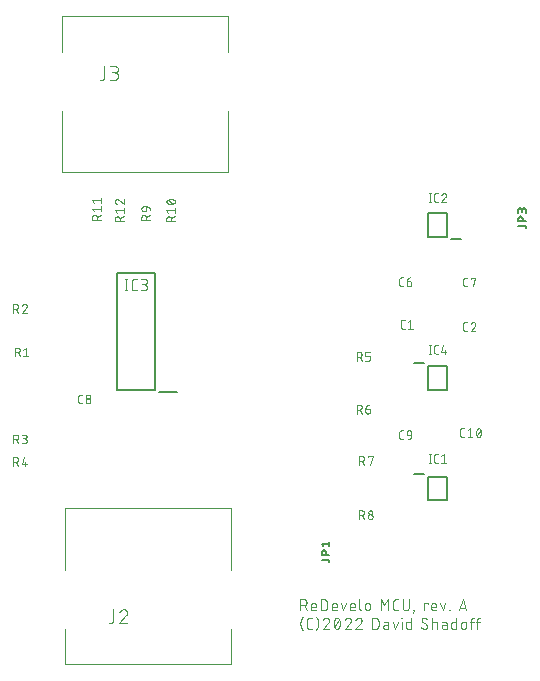
<source format=gbr>
G04 EAGLE Gerber RS-274X export*
G75*
%MOMM*%
%FSLAX34Y34*%
%LPD*%
%INSilkscreen Top*%
%IPPOS*%
%AMOC8*
5,1,8,0,0,1.08239X$1,22.5*%
G01*
%ADD10C,0.076200*%
%ADD11C,0.100000*%
%ADD12C,0.100000*%
%ADD13C,0.101600*%
%ADD14C,0.200000*%
%ADD15C,0.152400*%


D10*
X251079Y45593D02*
X251079Y54991D01*
X253690Y54991D01*
X253791Y54989D01*
X253892Y54983D01*
X253993Y54973D01*
X254093Y54960D01*
X254193Y54942D01*
X254292Y54921D01*
X254390Y54895D01*
X254487Y54866D01*
X254583Y54834D01*
X254677Y54797D01*
X254770Y54757D01*
X254862Y54713D01*
X254951Y54666D01*
X255039Y54615D01*
X255125Y54561D01*
X255208Y54504D01*
X255290Y54444D01*
X255368Y54380D01*
X255445Y54314D01*
X255518Y54244D01*
X255589Y54172D01*
X255657Y54097D01*
X255722Y54019D01*
X255784Y53939D01*
X255843Y53857D01*
X255899Y53772D01*
X255951Y53685D01*
X256000Y53597D01*
X256046Y53506D01*
X256087Y53414D01*
X256126Y53320D01*
X256160Y53225D01*
X256191Y53129D01*
X256218Y53031D01*
X256242Y52933D01*
X256261Y52833D01*
X256277Y52733D01*
X256289Y52633D01*
X256297Y52532D01*
X256301Y52431D01*
X256301Y52329D01*
X256297Y52228D01*
X256289Y52127D01*
X256277Y52027D01*
X256261Y51927D01*
X256242Y51827D01*
X256218Y51729D01*
X256191Y51631D01*
X256160Y51535D01*
X256126Y51440D01*
X256087Y51346D01*
X256046Y51254D01*
X256000Y51163D01*
X255951Y51074D01*
X255899Y50988D01*
X255843Y50903D01*
X255784Y50821D01*
X255722Y50741D01*
X255657Y50663D01*
X255589Y50588D01*
X255518Y50516D01*
X255445Y50446D01*
X255368Y50380D01*
X255290Y50316D01*
X255208Y50256D01*
X255125Y50199D01*
X255039Y50145D01*
X254951Y50094D01*
X254862Y50047D01*
X254770Y50003D01*
X254677Y49963D01*
X254583Y49926D01*
X254487Y49894D01*
X254390Y49865D01*
X254292Y49839D01*
X254193Y49818D01*
X254093Y49800D01*
X253993Y49787D01*
X253892Y49777D01*
X253791Y49771D01*
X253690Y49769D01*
X253690Y49770D02*
X251079Y49770D01*
X254212Y49770D02*
X256300Y45593D01*
X261645Y45593D02*
X264255Y45593D01*
X261645Y45593D02*
X261568Y45595D01*
X261492Y45601D01*
X261415Y45610D01*
X261339Y45623D01*
X261264Y45640D01*
X261190Y45660D01*
X261117Y45685D01*
X261046Y45712D01*
X260975Y45743D01*
X260907Y45778D01*
X260840Y45816D01*
X260775Y45857D01*
X260712Y45901D01*
X260652Y45948D01*
X260593Y45999D01*
X260538Y46052D01*
X260485Y46107D01*
X260434Y46166D01*
X260387Y46226D01*
X260343Y46289D01*
X260302Y46354D01*
X260264Y46421D01*
X260229Y46489D01*
X260198Y46560D01*
X260171Y46631D01*
X260146Y46704D01*
X260126Y46778D01*
X260109Y46853D01*
X260096Y46929D01*
X260087Y47006D01*
X260081Y47082D01*
X260079Y47159D01*
X260078Y47159D02*
X260078Y49770D01*
X260079Y49770D02*
X260081Y49860D01*
X260087Y49949D01*
X260096Y50039D01*
X260110Y50128D01*
X260127Y50216D01*
X260148Y50303D01*
X260173Y50390D01*
X260202Y50475D01*
X260234Y50559D01*
X260269Y50641D01*
X260309Y50722D01*
X260351Y50801D01*
X260397Y50878D01*
X260447Y50953D01*
X260499Y51026D01*
X260555Y51097D01*
X260613Y51165D01*
X260675Y51230D01*
X260739Y51293D01*
X260806Y51353D01*
X260875Y51410D01*
X260947Y51464D01*
X261021Y51515D01*
X261097Y51563D01*
X261175Y51607D01*
X261255Y51648D01*
X261337Y51686D01*
X261420Y51720D01*
X261505Y51750D01*
X261591Y51777D01*
X261677Y51800D01*
X261765Y51819D01*
X261854Y51834D01*
X261943Y51846D01*
X262032Y51854D01*
X262122Y51858D01*
X262212Y51858D01*
X262302Y51854D01*
X262391Y51846D01*
X262480Y51834D01*
X262569Y51819D01*
X262657Y51800D01*
X262743Y51777D01*
X262829Y51750D01*
X262914Y51720D01*
X262997Y51686D01*
X263079Y51648D01*
X263159Y51607D01*
X263237Y51563D01*
X263313Y51515D01*
X263387Y51464D01*
X263459Y51410D01*
X263528Y51353D01*
X263595Y51293D01*
X263659Y51230D01*
X263721Y51165D01*
X263779Y51097D01*
X263835Y51026D01*
X263887Y50953D01*
X263937Y50878D01*
X263983Y50801D01*
X264025Y50722D01*
X264065Y50641D01*
X264100Y50559D01*
X264132Y50475D01*
X264161Y50390D01*
X264186Y50303D01*
X264207Y50216D01*
X264224Y50128D01*
X264238Y50039D01*
X264247Y49949D01*
X264253Y49860D01*
X264255Y49770D01*
X264255Y48726D01*
X260078Y48726D01*
X268395Y45593D02*
X268395Y54991D01*
X271006Y54991D01*
X271106Y54989D01*
X271206Y54983D01*
X271305Y54974D01*
X271405Y54960D01*
X271503Y54943D01*
X271601Y54922D01*
X271698Y54898D01*
X271794Y54869D01*
X271889Y54837D01*
X271982Y54802D01*
X272074Y54763D01*
X272165Y54720D01*
X272253Y54674D01*
X272340Y54624D01*
X272425Y54572D01*
X272508Y54516D01*
X272589Y54457D01*
X272667Y54394D01*
X272743Y54329D01*
X272817Y54261D01*
X272887Y54191D01*
X272955Y54117D01*
X273020Y54041D01*
X273083Y53963D01*
X273142Y53882D01*
X273198Y53799D01*
X273250Y53714D01*
X273300Y53627D01*
X273346Y53539D01*
X273389Y53448D01*
X273428Y53356D01*
X273463Y53263D01*
X273495Y53168D01*
X273524Y53072D01*
X273548Y52975D01*
X273569Y52877D01*
X273586Y52779D01*
X273600Y52679D01*
X273609Y52580D01*
X273615Y52480D01*
X273617Y52380D01*
X273617Y48204D01*
X273615Y48104D01*
X273609Y48004D01*
X273600Y47905D01*
X273586Y47805D01*
X273569Y47707D01*
X273548Y47609D01*
X273524Y47512D01*
X273495Y47416D01*
X273463Y47321D01*
X273428Y47228D01*
X273389Y47136D01*
X273346Y47045D01*
X273300Y46957D01*
X273250Y46870D01*
X273198Y46785D01*
X273142Y46702D01*
X273083Y46621D01*
X273020Y46543D01*
X272955Y46467D01*
X272887Y46393D01*
X272817Y46323D01*
X272743Y46255D01*
X272667Y46190D01*
X272589Y46127D01*
X272508Y46068D01*
X272425Y46012D01*
X272340Y45960D01*
X272253Y45910D01*
X272165Y45864D01*
X272074Y45821D01*
X271982Y45782D01*
X271889Y45747D01*
X271794Y45715D01*
X271698Y45686D01*
X271601Y45662D01*
X271503Y45641D01*
X271405Y45624D01*
X271305Y45610D01*
X271206Y45601D01*
X271106Y45595D01*
X271006Y45593D01*
X268395Y45593D01*
X279323Y45593D02*
X281934Y45593D01*
X279323Y45593D02*
X279246Y45595D01*
X279170Y45601D01*
X279093Y45610D01*
X279017Y45623D01*
X278942Y45640D01*
X278868Y45660D01*
X278795Y45685D01*
X278724Y45712D01*
X278653Y45743D01*
X278585Y45778D01*
X278518Y45816D01*
X278453Y45857D01*
X278390Y45901D01*
X278330Y45948D01*
X278271Y45999D01*
X278216Y46052D01*
X278163Y46107D01*
X278112Y46166D01*
X278065Y46226D01*
X278021Y46289D01*
X277980Y46354D01*
X277942Y46421D01*
X277907Y46489D01*
X277876Y46560D01*
X277849Y46631D01*
X277824Y46704D01*
X277804Y46778D01*
X277787Y46853D01*
X277774Y46929D01*
X277765Y47006D01*
X277759Y47082D01*
X277757Y47159D01*
X277757Y49770D01*
X277759Y49860D01*
X277765Y49949D01*
X277774Y50039D01*
X277788Y50128D01*
X277805Y50216D01*
X277826Y50303D01*
X277851Y50390D01*
X277880Y50475D01*
X277912Y50559D01*
X277947Y50641D01*
X277987Y50722D01*
X278029Y50801D01*
X278075Y50878D01*
X278125Y50953D01*
X278177Y51026D01*
X278233Y51097D01*
X278291Y51165D01*
X278353Y51230D01*
X278417Y51293D01*
X278484Y51353D01*
X278553Y51410D01*
X278625Y51464D01*
X278699Y51515D01*
X278775Y51563D01*
X278853Y51607D01*
X278933Y51648D01*
X279015Y51686D01*
X279098Y51720D01*
X279183Y51750D01*
X279269Y51777D01*
X279355Y51800D01*
X279443Y51819D01*
X279532Y51834D01*
X279621Y51846D01*
X279710Y51854D01*
X279800Y51858D01*
X279890Y51858D01*
X279980Y51854D01*
X280069Y51846D01*
X280158Y51834D01*
X280247Y51819D01*
X280335Y51800D01*
X280421Y51777D01*
X280507Y51750D01*
X280592Y51720D01*
X280675Y51686D01*
X280757Y51648D01*
X280837Y51607D01*
X280915Y51563D01*
X280991Y51515D01*
X281065Y51464D01*
X281137Y51410D01*
X281206Y51353D01*
X281273Y51293D01*
X281337Y51230D01*
X281399Y51165D01*
X281457Y51097D01*
X281513Y51026D01*
X281565Y50953D01*
X281615Y50878D01*
X281661Y50801D01*
X281703Y50722D01*
X281743Y50641D01*
X281778Y50559D01*
X281810Y50475D01*
X281839Y50390D01*
X281864Y50303D01*
X281885Y50216D01*
X281902Y50128D01*
X281916Y50039D01*
X281925Y49949D01*
X281931Y49860D01*
X281933Y49770D01*
X281934Y49770D02*
X281934Y48726D01*
X277757Y48726D01*
X285377Y51858D02*
X287465Y45593D01*
X289554Y51858D01*
X294563Y45593D02*
X297174Y45593D01*
X294563Y45593D02*
X294486Y45595D01*
X294410Y45601D01*
X294333Y45610D01*
X294257Y45623D01*
X294182Y45640D01*
X294108Y45660D01*
X294035Y45685D01*
X293964Y45712D01*
X293893Y45743D01*
X293825Y45778D01*
X293758Y45816D01*
X293693Y45857D01*
X293630Y45901D01*
X293570Y45948D01*
X293511Y45999D01*
X293456Y46052D01*
X293403Y46107D01*
X293352Y46166D01*
X293305Y46226D01*
X293261Y46289D01*
X293220Y46354D01*
X293182Y46421D01*
X293147Y46489D01*
X293116Y46560D01*
X293089Y46631D01*
X293064Y46704D01*
X293044Y46778D01*
X293027Y46853D01*
X293014Y46929D01*
X293005Y47006D01*
X292999Y47082D01*
X292997Y47159D01*
X292997Y49770D01*
X292999Y49860D01*
X293005Y49949D01*
X293014Y50039D01*
X293028Y50128D01*
X293045Y50216D01*
X293066Y50303D01*
X293091Y50390D01*
X293120Y50475D01*
X293152Y50559D01*
X293187Y50641D01*
X293227Y50722D01*
X293269Y50801D01*
X293315Y50878D01*
X293365Y50953D01*
X293417Y51026D01*
X293473Y51097D01*
X293531Y51165D01*
X293593Y51230D01*
X293657Y51293D01*
X293724Y51353D01*
X293793Y51410D01*
X293865Y51464D01*
X293939Y51515D01*
X294015Y51563D01*
X294093Y51607D01*
X294173Y51648D01*
X294255Y51686D01*
X294338Y51720D01*
X294423Y51750D01*
X294509Y51777D01*
X294595Y51800D01*
X294683Y51819D01*
X294772Y51834D01*
X294861Y51846D01*
X294950Y51854D01*
X295040Y51858D01*
X295130Y51858D01*
X295220Y51854D01*
X295309Y51846D01*
X295398Y51834D01*
X295487Y51819D01*
X295575Y51800D01*
X295661Y51777D01*
X295747Y51750D01*
X295832Y51720D01*
X295915Y51686D01*
X295997Y51648D01*
X296077Y51607D01*
X296155Y51563D01*
X296231Y51515D01*
X296305Y51464D01*
X296377Y51410D01*
X296446Y51353D01*
X296513Y51293D01*
X296577Y51230D01*
X296639Y51165D01*
X296697Y51097D01*
X296753Y51026D01*
X296805Y50953D01*
X296855Y50878D01*
X296901Y50801D01*
X296943Y50722D01*
X296983Y50641D01*
X297018Y50559D01*
X297050Y50475D01*
X297079Y50390D01*
X297104Y50303D01*
X297125Y50216D01*
X297142Y50128D01*
X297156Y50039D01*
X297165Y49949D01*
X297171Y49860D01*
X297173Y49770D01*
X297174Y49770D02*
X297174Y48726D01*
X292997Y48726D01*
X301047Y47159D02*
X301047Y54991D01*
X301047Y47159D02*
X301049Y47082D01*
X301055Y47006D01*
X301064Y46929D01*
X301077Y46853D01*
X301094Y46778D01*
X301114Y46704D01*
X301139Y46631D01*
X301166Y46560D01*
X301197Y46489D01*
X301232Y46421D01*
X301270Y46354D01*
X301311Y46289D01*
X301355Y46226D01*
X301402Y46166D01*
X301453Y46107D01*
X301506Y46052D01*
X301561Y45999D01*
X301620Y45948D01*
X301680Y45901D01*
X301743Y45857D01*
X301808Y45816D01*
X301875Y45778D01*
X301943Y45743D01*
X302014Y45712D01*
X302085Y45685D01*
X302158Y45660D01*
X302232Y45640D01*
X302307Y45623D01*
X302383Y45610D01*
X302460Y45601D01*
X302536Y45595D01*
X302613Y45593D01*
X305798Y47681D02*
X305798Y49770D01*
X305799Y49770D02*
X305801Y49860D01*
X305807Y49949D01*
X305816Y50039D01*
X305830Y50128D01*
X305847Y50216D01*
X305868Y50303D01*
X305893Y50390D01*
X305922Y50475D01*
X305954Y50559D01*
X305989Y50641D01*
X306029Y50722D01*
X306071Y50801D01*
X306117Y50878D01*
X306167Y50953D01*
X306219Y51026D01*
X306275Y51097D01*
X306333Y51165D01*
X306395Y51230D01*
X306459Y51293D01*
X306526Y51353D01*
X306595Y51410D01*
X306667Y51464D01*
X306741Y51515D01*
X306817Y51563D01*
X306895Y51607D01*
X306975Y51648D01*
X307057Y51686D01*
X307140Y51720D01*
X307225Y51750D01*
X307311Y51777D01*
X307397Y51800D01*
X307485Y51819D01*
X307574Y51834D01*
X307663Y51846D01*
X307752Y51854D01*
X307842Y51858D01*
X307932Y51858D01*
X308022Y51854D01*
X308111Y51846D01*
X308200Y51834D01*
X308289Y51819D01*
X308377Y51800D01*
X308463Y51777D01*
X308549Y51750D01*
X308634Y51720D01*
X308717Y51686D01*
X308799Y51648D01*
X308879Y51607D01*
X308957Y51563D01*
X309033Y51515D01*
X309107Y51464D01*
X309179Y51410D01*
X309248Y51353D01*
X309315Y51293D01*
X309379Y51230D01*
X309441Y51165D01*
X309499Y51097D01*
X309555Y51026D01*
X309607Y50953D01*
X309657Y50878D01*
X309703Y50801D01*
X309745Y50722D01*
X309785Y50641D01*
X309820Y50559D01*
X309852Y50475D01*
X309881Y50390D01*
X309906Y50303D01*
X309927Y50216D01*
X309944Y50128D01*
X309958Y50039D01*
X309967Y49949D01*
X309973Y49860D01*
X309975Y49770D01*
X309975Y47681D01*
X309973Y47591D01*
X309967Y47502D01*
X309958Y47412D01*
X309944Y47323D01*
X309927Y47235D01*
X309906Y47148D01*
X309881Y47061D01*
X309852Y46976D01*
X309820Y46892D01*
X309785Y46810D01*
X309745Y46729D01*
X309703Y46650D01*
X309657Y46573D01*
X309607Y46498D01*
X309555Y46425D01*
X309499Y46354D01*
X309441Y46286D01*
X309379Y46221D01*
X309315Y46158D01*
X309248Y46098D01*
X309179Y46041D01*
X309107Y45987D01*
X309033Y45936D01*
X308957Y45888D01*
X308879Y45844D01*
X308799Y45803D01*
X308717Y45765D01*
X308634Y45731D01*
X308549Y45701D01*
X308463Y45674D01*
X308377Y45651D01*
X308289Y45632D01*
X308200Y45617D01*
X308111Y45605D01*
X308022Y45597D01*
X307932Y45593D01*
X307842Y45593D01*
X307752Y45597D01*
X307663Y45605D01*
X307574Y45617D01*
X307485Y45632D01*
X307397Y45651D01*
X307311Y45674D01*
X307225Y45701D01*
X307140Y45731D01*
X307057Y45765D01*
X306975Y45803D01*
X306895Y45844D01*
X306817Y45888D01*
X306741Y45936D01*
X306667Y45987D01*
X306595Y46041D01*
X306526Y46098D01*
X306459Y46158D01*
X306395Y46221D01*
X306333Y46286D01*
X306275Y46354D01*
X306219Y46425D01*
X306167Y46498D01*
X306117Y46573D01*
X306071Y46650D01*
X306029Y46729D01*
X305989Y46810D01*
X305954Y46892D01*
X305922Y46976D01*
X305893Y47061D01*
X305868Y47148D01*
X305847Y47235D01*
X305830Y47323D01*
X305816Y47412D01*
X305807Y47502D01*
X305801Y47591D01*
X305799Y47681D01*
X319079Y45593D02*
X319079Y54991D01*
X322212Y49770D01*
X325345Y54991D01*
X325345Y45593D01*
X331723Y45593D02*
X333811Y45593D01*
X331723Y45593D02*
X331634Y45595D01*
X331546Y45601D01*
X331458Y45610D01*
X331370Y45623D01*
X331283Y45640D01*
X331197Y45660D01*
X331112Y45685D01*
X331027Y45712D01*
X330944Y45744D01*
X330863Y45778D01*
X330783Y45817D01*
X330705Y45858D01*
X330628Y45903D01*
X330554Y45951D01*
X330481Y46002D01*
X330411Y46056D01*
X330344Y46114D01*
X330278Y46174D01*
X330216Y46236D01*
X330156Y46302D01*
X330098Y46369D01*
X330044Y46439D01*
X329993Y46512D01*
X329945Y46586D01*
X329900Y46663D01*
X329859Y46741D01*
X329820Y46821D01*
X329786Y46902D01*
X329754Y46985D01*
X329727Y47070D01*
X329702Y47155D01*
X329682Y47241D01*
X329665Y47328D01*
X329652Y47416D01*
X329643Y47504D01*
X329637Y47592D01*
X329635Y47681D01*
X329634Y47681D02*
X329634Y52903D01*
X329635Y52903D02*
X329637Y52994D01*
X329643Y53085D01*
X329653Y53176D01*
X329667Y53266D01*
X329684Y53355D01*
X329706Y53443D01*
X329732Y53531D01*
X329761Y53617D01*
X329794Y53702D01*
X329831Y53785D01*
X329871Y53867D01*
X329915Y53947D01*
X329962Y54025D01*
X330013Y54101D01*
X330066Y54174D01*
X330123Y54245D01*
X330184Y54314D01*
X330247Y54379D01*
X330312Y54442D01*
X330381Y54502D01*
X330452Y54560D01*
X330525Y54613D01*
X330601Y54664D01*
X330679Y54711D01*
X330759Y54755D01*
X330841Y54795D01*
X330924Y54832D01*
X331009Y54865D01*
X331095Y54894D01*
X331183Y54920D01*
X331271Y54942D01*
X331360Y54959D01*
X331450Y54973D01*
X331541Y54983D01*
X331632Y54989D01*
X331723Y54991D01*
X333811Y54991D01*
X337585Y54991D02*
X337585Y48204D01*
X337584Y48204D02*
X337586Y48103D01*
X337592Y48002D01*
X337602Y47901D01*
X337615Y47801D01*
X337633Y47701D01*
X337654Y47602D01*
X337680Y47504D01*
X337709Y47407D01*
X337741Y47311D01*
X337778Y47217D01*
X337818Y47124D01*
X337862Y47032D01*
X337909Y46943D01*
X337960Y46855D01*
X338014Y46769D01*
X338071Y46686D01*
X338131Y46604D01*
X338195Y46526D01*
X338261Y46449D01*
X338331Y46376D01*
X338403Y46305D01*
X338478Y46237D01*
X338556Y46172D01*
X338636Y46110D01*
X338718Y46051D01*
X338803Y45995D01*
X338890Y45943D01*
X338978Y45894D01*
X339069Y45848D01*
X339161Y45807D01*
X339255Y45768D01*
X339350Y45734D01*
X339446Y45703D01*
X339544Y45676D01*
X339642Y45652D01*
X339742Y45633D01*
X339842Y45617D01*
X339942Y45605D01*
X340043Y45597D01*
X340144Y45593D01*
X340246Y45593D01*
X340347Y45597D01*
X340448Y45605D01*
X340548Y45617D01*
X340648Y45633D01*
X340748Y45652D01*
X340846Y45676D01*
X340944Y45703D01*
X341040Y45734D01*
X341135Y45768D01*
X341229Y45807D01*
X341321Y45848D01*
X341412Y45894D01*
X341500Y45943D01*
X341587Y45995D01*
X341672Y46051D01*
X341754Y46110D01*
X341834Y46172D01*
X341912Y46237D01*
X341987Y46305D01*
X342059Y46376D01*
X342129Y46449D01*
X342195Y46526D01*
X342259Y46604D01*
X342319Y46686D01*
X342376Y46769D01*
X342430Y46855D01*
X342481Y46943D01*
X342528Y47032D01*
X342572Y47124D01*
X342612Y47217D01*
X342649Y47311D01*
X342681Y47407D01*
X342710Y47504D01*
X342736Y47602D01*
X342757Y47701D01*
X342775Y47801D01*
X342788Y47901D01*
X342798Y48002D01*
X342804Y48103D01*
X342806Y48204D01*
X342806Y54991D01*
X346606Y45593D02*
X347128Y45593D01*
X346606Y45593D02*
X346606Y46115D01*
X347128Y46115D01*
X347128Y45593D01*
X346345Y43505D01*
X355837Y45593D02*
X355837Y51858D01*
X358969Y51858D01*
X358969Y50814D01*
X363447Y45593D02*
X366058Y45593D01*
X363447Y45593D02*
X363370Y45595D01*
X363294Y45601D01*
X363217Y45610D01*
X363141Y45623D01*
X363066Y45640D01*
X362992Y45660D01*
X362919Y45685D01*
X362848Y45712D01*
X362777Y45743D01*
X362709Y45778D01*
X362642Y45816D01*
X362577Y45857D01*
X362514Y45901D01*
X362454Y45948D01*
X362395Y45999D01*
X362340Y46052D01*
X362287Y46107D01*
X362236Y46166D01*
X362189Y46226D01*
X362145Y46289D01*
X362104Y46354D01*
X362066Y46421D01*
X362031Y46489D01*
X362000Y46560D01*
X361973Y46631D01*
X361948Y46704D01*
X361928Y46778D01*
X361911Y46853D01*
X361898Y46929D01*
X361889Y47006D01*
X361883Y47082D01*
X361881Y47159D01*
X361881Y49770D01*
X361883Y49860D01*
X361889Y49949D01*
X361898Y50039D01*
X361912Y50128D01*
X361929Y50216D01*
X361950Y50303D01*
X361975Y50390D01*
X362004Y50475D01*
X362036Y50559D01*
X362071Y50641D01*
X362111Y50722D01*
X362153Y50801D01*
X362199Y50878D01*
X362249Y50953D01*
X362301Y51026D01*
X362357Y51097D01*
X362415Y51165D01*
X362477Y51230D01*
X362541Y51293D01*
X362608Y51353D01*
X362677Y51410D01*
X362749Y51464D01*
X362823Y51515D01*
X362899Y51563D01*
X362977Y51607D01*
X363057Y51648D01*
X363139Y51686D01*
X363222Y51720D01*
X363307Y51750D01*
X363393Y51777D01*
X363479Y51800D01*
X363567Y51819D01*
X363656Y51834D01*
X363745Y51846D01*
X363834Y51854D01*
X363924Y51858D01*
X364014Y51858D01*
X364104Y51854D01*
X364193Y51846D01*
X364282Y51834D01*
X364371Y51819D01*
X364459Y51800D01*
X364545Y51777D01*
X364631Y51750D01*
X364716Y51720D01*
X364799Y51686D01*
X364881Y51648D01*
X364961Y51607D01*
X365039Y51563D01*
X365115Y51515D01*
X365189Y51464D01*
X365261Y51410D01*
X365330Y51353D01*
X365397Y51293D01*
X365461Y51230D01*
X365523Y51165D01*
X365581Y51097D01*
X365637Y51026D01*
X365689Y50953D01*
X365739Y50878D01*
X365785Y50801D01*
X365827Y50722D01*
X365867Y50641D01*
X365902Y50559D01*
X365934Y50475D01*
X365963Y50390D01*
X365988Y50303D01*
X366009Y50216D01*
X366026Y50128D01*
X366040Y50039D01*
X366049Y49949D01*
X366055Y49860D01*
X366057Y49770D01*
X366058Y49770D02*
X366058Y48726D01*
X361881Y48726D01*
X369501Y51858D02*
X371589Y45593D01*
X373678Y51858D01*
X376815Y46115D02*
X376815Y45593D01*
X376815Y46115D02*
X377337Y46115D01*
X377337Y45593D01*
X376815Y45593D01*
X385221Y45593D02*
X388353Y54991D01*
X391486Y45593D01*
X390703Y47943D02*
X386004Y47943D01*
X253167Y40287D02*
X253031Y40121D01*
X252899Y39951D01*
X252771Y39778D01*
X252647Y39602D01*
X252528Y39424D01*
X252413Y39242D01*
X252302Y39058D01*
X252196Y38871D01*
X252094Y38681D01*
X251997Y38489D01*
X251904Y38295D01*
X251816Y38099D01*
X251733Y37901D01*
X251655Y37700D01*
X251581Y37498D01*
X251513Y37294D01*
X251449Y37089D01*
X251390Y36882D01*
X251336Y36674D01*
X251288Y36464D01*
X251244Y36254D01*
X251205Y36042D01*
X251172Y35830D01*
X251144Y35617D01*
X251120Y35403D01*
X251102Y35189D01*
X251089Y34974D01*
X251082Y34759D01*
X251079Y34544D01*
X251082Y34329D01*
X251089Y34114D01*
X251102Y33899D01*
X251120Y33685D01*
X251144Y33471D01*
X251172Y33258D01*
X251205Y33046D01*
X251244Y32834D01*
X251288Y32624D01*
X251336Y32414D01*
X251390Y32206D01*
X251449Y31999D01*
X251513Y31794D01*
X251581Y31590D01*
X251655Y31388D01*
X251733Y31187D01*
X251816Y30989D01*
X251904Y30793D01*
X251997Y30599D01*
X252094Y30407D01*
X252196Y30217D01*
X252302Y30030D01*
X252413Y29846D01*
X252528Y29665D01*
X252647Y29486D01*
X252771Y29310D01*
X252899Y29137D01*
X253031Y28967D01*
X253167Y28801D01*
X258868Y29845D02*
X260956Y29845D01*
X258868Y29845D02*
X258779Y29847D01*
X258691Y29853D01*
X258603Y29862D01*
X258515Y29875D01*
X258428Y29892D01*
X258342Y29912D01*
X258257Y29937D01*
X258172Y29964D01*
X258089Y29996D01*
X258008Y30030D01*
X257928Y30069D01*
X257850Y30110D01*
X257773Y30155D01*
X257699Y30203D01*
X257626Y30254D01*
X257556Y30308D01*
X257489Y30366D01*
X257423Y30426D01*
X257361Y30488D01*
X257301Y30554D01*
X257243Y30621D01*
X257189Y30691D01*
X257138Y30764D01*
X257090Y30838D01*
X257045Y30915D01*
X257004Y30993D01*
X256965Y31073D01*
X256931Y31154D01*
X256899Y31237D01*
X256872Y31322D01*
X256847Y31407D01*
X256827Y31493D01*
X256810Y31580D01*
X256797Y31668D01*
X256788Y31756D01*
X256782Y31844D01*
X256780Y31933D01*
X256779Y31933D02*
X256779Y37155D01*
X256780Y37155D02*
X256782Y37246D01*
X256788Y37337D01*
X256798Y37428D01*
X256812Y37518D01*
X256829Y37607D01*
X256851Y37695D01*
X256877Y37783D01*
X256906Y37869D01*
X256939Y37954D01*
X256976Y38037D01*
X257016Y38119D01*
X257060Y38199D01*
X257107Y38277D01*
X257158Y38353D01*
X257211Y38426D01*
X257268Y38497D01*
X257329Y38566D01*
X257392Y38631D01*
X257457Y38694D01*
X257526Y38754D01*
X257597Y38812D01*
X257670Y38865D01*
X257746Y38916D01*
X257824Y38963D01*
X257904Y39007D01*
X257986Y39047D01*
X258069Y39084D01*
X258154Y39117D01*
X258240Y39146D01*
X258328Y39172D01*
X258416Y39194D01*
X258505Y39211D01*
X258595Y39225D01*
X258686Y39235D01*
X258777Y39241D01*
X258868Y39243D01*
X260956Y39243D01*
X266228Y34544D02*
X266225Y34329D01*
X266218Y34114D01*
X266205Y33899D01*
X266187Y33685D01*
X266163Y33471D01*
X266135Y33258D01*
X266102Y33046D01*
X266063Y32834D01*
X266019Y32624D01*
X265971Y32414D01*
X265917Y32206D01*
X265858Y31999D01*
X265794Y31794D01*
X265726Y31590D01*
X265652Y31388D01*
X265574Y31187D01*
X265491Y30989D01*
X265403Y30793D01*
X265310Y30599D01*
X265213Y30407D01*
X265111Y30217D01*
X265005Y30030D01*
X264894Y29846D01*
X264779Y29665D01*
X264660Y29486D01*
X264536Y29310D01*
X264408Y29137D01*
X264276Y28967D01*
X264140Y28801D01*
X266228Y34544D02*
X266225Y34759D01*
X266218Y34974D01*
X266205Y35189D01*
X266187Y35403D01*
X266163Y35617D01*
X266135Y35830D01*
X266102Y36042D01*
X266063Y36254D01*
X266019Y36464D01*
X265971Y36674D01*
X265917Y36882D01*
X265858Y37089D01*
X265794Y37294D01*
X265726Y37498D01*
X265652Y37700D01*
X265574Y37901D01*
X265491Y38099D01*
X265403Y38295D01*
X265310Y38489D01*
X265213Y38681D01*
X265111Y38871D01*
X265005Y39058D01*
X264894Y39242D01*
X264779Y39424D01*
X264660Y39602D01*
X264536Y39778D01*
X264408Y39951D01*
X264276Y40121D01*
X264140Y40287D01*
X273088Y39244D02*
X273183Y39242D01*
X273277Y39236D01*
X273371Y39227D01*
X273465Y39214D01*
X273558Y39197D01*
X273650Y39176D01*
X273742Y39151D01*
X273832Y39123D01*
X273921Y39091D01*
X274009Y39056D01*
X274095Y39017D01*
X274180Y38975D01*
X274263Y38929D01*
X274344Y38880D01*
X274423Y38828D01*
X274500Y38773D01*
X274574Y38714D01*
X274646Y38653D01*
X274716Y38589D01*
X274783Y38522D01*
X274847Y38452D01*
X274908Y38380D01*
X274967Y38306D01*
X275022Y38229D01*
X275074Y38150D01*
X275123Y38069D01*
X275169Y37986D01*
X275211Y37901D01*
X275250Y37815D01*
X275285Y37727D01*
X275317Y37638D01*
X275345Y37548D01*
X275370Y37456D01*
X275391Y37364D01*
X275408Y37271D01*
X275421Y37177D01*
X275430Y37083D01*
X275436Y36989D01*
X275438Y36894D01*
X273088Y39243D02*
X272980Y39241D01*
X272871Y39235D01*
X272763Y39225D01*
X272656Y39212D01*
X272549Y39194D01*
X272442Y39173D01*
X272337Y39148D01*
X272232Y39119D01*
X272129Y39087D01*
X272027Y39050D01*
X271926Y39010D01*
X271827Y38967D01*
X271729Y38920D01*
X271633Y38869D01*
X271539Y38815D01*
X271447Y38758D01*
X271357Y38697D01*
X271269Y38633D01*
X271184Y38567D01*
X271101Y38497D01*
X271021Y38424D01*
X270943Y38348D01*
X270868Y38270D01*
X270796Y38189D01*
X270727Y38105D01*
X270661Y38019D01*
X270598Y37931D01*
X270539Y37840D01*
X270482Y37748D01*
X270429Y37653D01*
X270380Y37557D01*
X270334Y37458D01*
X270291Y37359D01*
X270252Y37257D01*
X270217Y37155D01*
X274655Y35066D02*
X274724Y35135D01*
X274790Y35206D01*
X274854Y35279D01*
X274915Y35355D01*
X274973Y35434D01*
X275027Y35514D01*
X275079Y35597D01*
X275127Y35681D01*
X275173Y35767D01*
X275214Y35855D01*
X275253Y35945D01*
X275288Y36036D01*
X275319Y36128D01*
X275347Y36221D01*
X275371Y36315D01*
X275391Y36410D01*
X275408Y36506D01*
X275421Y36603D01*
X275430Y36700D01*
X275436Y36797D01*
X275438Y36894D01*
X274654Y35066D02*
X270216Y29845D01*
X275437Y29845D01*
X279360Y34544D02*
X279362Y34729D01*
X279369Y34914D01*
X279380Y35098D01*
X279395Y35282D01*
X279415Y35466D01*
X279439Y35650D01*
X279468Y35832D01*
X279501Y36014D01*
X279538Y36195D01*
X279580Y36375D01*
X279626Y36555D01*
X279676Y36733D01*
X279730Y36909D01*
X279789Y37085D01*
X279851Y37259D01*
X279918Y37431D01*
X279989Y37602D01*
X280064Y37771D01*
X280143Y37938D01*
X280173Y38018D01*
X280206Y38097D01*
X280243Y38174D01*
X280283Y38250D01*
X280326Y38324D01*
X280372Y38396D01*
X280422Y38465D01*
X280474Y38533D01*
X280530Y38598D01*
X280588Y38661D01*
X280650Y38720D01*
X280713Y38778D01*
X280780Y38832D01*
X280848Y38883D01*
X280919Y38931D01*
X280992Y38976D01*
X281066Y39018D01*
X281143Y39056D01*
X281221Y39091D01*
X281300Y39123D01*
X281381Y39151D01*
X281463Y39175D01*
X281547Y39196D01*
X281630Y39213D01*
X281715Y39226D01*
X281800Y39235D01*
X281885Y39241D01*
X281971Y39243D01*
X282057Y39241D01*
X282142Y39235D01*
X282227Y39226D01*
X282312Y39213D01*
X282395Y39196D01*
X282479Y39175D01*
X282561Y39151D01*
X282642Y39123D01*
X282721Y39091D01*
X282799Y39056D01*
X282876Y39018D01*
X282950Y38976D01*
X283023Y38931D01*
X283094Y38883D01*
X283162Y38832D01*
X283229Y38778D01*
X283292Y38720D01*
X283354Y38661D01*
X283412Y38598D01*
X283468Y38533D01*
X283520Y38465D01*
X283570Y38396D01*
X283616Y38324D01*
X283659Y38250D01*
X283699Y38174D01*
X283736Y38097D01*
X283769Y38018D01*
X283799Y37938D01*
X283798Y37938D02*
X283877Y37771D01*
X283952Y37602D01*
X284023Y37431D01*
X284090Y37259D01*
X284152Y37085D01*
X284211Y36909D01*
X284265Y36733D01*
X284315Y36555D01*
X284361Y36375D01*
X284403Y36195D01*
X284440Y36014D01*
X284473Y35832D01*
X284502Y35650D01*
X284526Y35466D01*
X284546Y35282D01*
X284561Y35098D01*
X284572Y34914D01*
X284579Y34729D01*
X284581Y34544D01*
X279360Y34544D02*
X279362Y34359D01*
X279369Y34174D01*
X279380Y33990D01*
X279395Y33806D01*
X279415Y33622D01*
X279439Y33438D01*
X279468Y33256D01*
X279501Y33074D01*
X279538Y32893D01*
X279580Y32713D01*
X279626Y32533D01*
X279676Y32355D01*
X279730Y32179D01*
X279789Y32003D01*
X279851Y31829D01*
X279918Y31657D01*
X279989Y31486D01*
X280064Y31317D01*
X280143Y31150D01*
X280173Y31070D01*
X280206Y30991D01*
X280243Y30914D01*
X280283Y30838D01*
X280326Y30764D01*
X280372Y30692D01*
X280422Y30623D01*
X280475Y30555D01*
X280530Y30490D01*
X280589Y30427D01*
X280650Y30368D01*
X280713Y30310D01*
X280780Y30256D01*
X280848Y30205D01*
X280919Y30157D01*
X280992Y30112D01*
X281066Y30070D01*
X281143Y30032D01*
X281221Y29997D01*
X281300Y29965D01*
X281381Y29937D01*
X281463Y29913D01*
X281547Y29892D01*
X281630Y29875D01*
X281715Y29862D01*
X281800Y29853D01*
X281885Y29847D01*
X281971Y29845D01*
X283798Y31150D02*
X283877Y31317D01*
X283952Y31486D01*
X284023Y31657D01*
X284090Y31829D01*
X284152Y32003D01*
X284211Y32179D01*
X284265Y32355D01*
X284315Y32533D01*
X284361Y32713D01*
X284403Y32893D01*
X284440Y33074D01*
X284473Y33256D01*
X284502Y33438D01*
X284526Y33622D01*
X284546Y33806D01*
X284561Y33990D01*
X284572Y34174D01*
X284579Y34359D01*
X284581Y34544D01*
X283799Y31150D02*
X283769Y31070D01*
X283736Y30991D01*
X283699Y30914D01*
X283659Y30838D01*
X283616Y30764D01*
X283570Y30692D01*
X283520Y30623D01*
X283468Y30555D01*
X283412Y30490D01*
X283354Y30427D01*
X283292Y30368D01*
X283229Y30310D01*
X283162Y30256D01*
X283094Y30205D01*
X283023Y30157D01*
X282950Y30112D01*
X282876Y30070D01*
X282799Y30032D01*
X282721Y29997D01*
X282642Y29965D01*
X282561Y29937D01*
X282479Y29913D01*
X282395Y29892D01*
X282312Y29875D01*
X282227Y29862D01*
X282142Y29853D01*
X282057Y29847D01*
X281971Y29845D01*
X279882Y31933D02*
X284059Y37155D01*
X291376Y39244D02*
X291471Y39242D01*
X291565Y39236D01*
X291659Y39227D01*
X291753Y39214D01*
X291846Y39197D01*
X291938Y39176D01*
X292030Y39151D01*
X292120Y39123D01*
X292209Y39091D01*
X292297Y39056D01*
X292383Y39017D01*
X292468Y38975D01*
X292551Y38929D01*
X292632Y38880D01*
X292711Y38828D01*
X292788Y38773D01*
X292862Y38714D01*
X292934Y38653D01*
X293004Y38589D01*
X293071Y38522D01*
X293135Y38452D01*
X293196Y38380D01*
X293255Y38306D01*
X293310Y38229D01*
X293362Y38150D01*
X293411Y38069D01*
X293457Y37986D01*
X293499Y37901D01*
X293538Y37815D01*
X293573Y37727D01*
X293605Y37638D01*
X293633Y37548D01*
X293658Y37456D01*
X293679Y37364D01*
X293696Y37271D01*
X293709Y37177D01*
X293718Y37083D01*
X293724Y36989D01*
X293726Y36894D01*
X291376Y39243D02*
X291268Y39241D01*
X291159Y39235D01*
X291051Y39225D01*
X290944Y39212D01*
X290837Y39194D01*
X290730Y39173D01*
X290625Y39148D01*
X290520Y39119D01*
X290417Y39087D01*
X290315Y39050D01*
X290214Y39010D01*
X290115Y38967D01*
X290017Y38920D01*
X289921Y38869D01*
X289827Y38815D01*
X289735Y38758D01*
X289645Y38697D01*
X289557Y38633D01*
X289472Y38567D01*
X289389Y38497D01*
X289309Y38424D01*
X289231Y38348D01*
X289156Y38270D01*
X289084Y38189D01*
X289015Y38105D01*
X288949Y38019D01*
X288886Y37931D01*
X288827Y37840D01*
X288770Y37748D01*
X288717Y37653D01*
X288668Y37557D01*
X288622Y37458D01*
X288579Y37359D01*
X288540Y37257D01*
X288505Y37155D01*
X292942Y35066D02*
X293011Y35135D01*
X293077Y35206D01*
X293141Y35279D01*
X293202Y35355D01*
X293260Y35434D01*
X293314Y35514D01*
X293366Y35597D01*
X293414Y35681D01*
X293460Y35767D01*
X293501Y35855D01*
X293540Y35945D01*
X293575Y36036D01*
X293606Y36128D01*
X293634Y36221D01*
X293658Y36315D01*
X293678Y36410D01*
X293695Y36506D01*
X293708Y36603D01*
X293717Y36700D01*
X293723Y36797D01*
X293725Y36894D01*
X292942Y35066D02*
X288504Y29845D01*
X293725Y29845D01*
X302870Y36894D02*
X302868Y36989D01*
X302862Y37083D01*
X302853Y37177D01*
X302840Y37271D01*
X302823Y37364D01*
X302802Y37456D01*
X302777Y37548D01*
X302749Y37638D01*
X302717Y37727D01*
X302682Y37815D01*
X302643Y37901D01*
X302601Y37986D01*
X302555Y38069D01*
X302506Y38150D01*
X302454Y38229D01*
X302399Y38306D01*
X302340Y38380D01*
X302279Y38452D01*
X302215Y38522D01*
X302148Y38589D01*
X302078Y38653D01*
X302006Y38714D01*
X301932Y38773D01*
X301855Y38828D01*
X301776Y38880D01*
X301695Y38929D01*
X301612Y38975D01*
X301527Y39017D01*
X301441Y39056D01*
X301353Y39091D01*
X301264Y39123D01*
X301174Y39151D01*
X301082Y39176D01*
X300990Y39197D01*
X300897Y39214D01*
X300803Y39227D01*
X300709Y39236D01*
X300615Y39242D01*
X300520Y39244D01*
X300520Y39243D02*
X300412Y39241D01*
X300303Y39235D01*
X300195Y39225D01*
X300088Y39212D01*
X299981Y39194D01*
X299874Y39173D01*
X299769Y39148D01*
X299664Y39119D01*
X299561Y39087D01*
X299459Y39050D01*
X299358Y39010D01*
X299259Y38967D01*
X299161Y38920D01*
X299065Y38869D01*
X298971Y38815D01*
X298879Y38758D01*
X298789Y38697D01*
X298701Y38633D01*
X298616Y38567D01*
X298533Y38497D01*
X298453Y38424D01*
X298375Y38348D01*
X298300Y38270D01*
X298228Y38189D01*
X298159Y38105D01*
X298093Y38019D01*
X298030Y37931D01*
X297971Y37840D01*
X297914Y37748D01*
X297861Y37653D01*
X297812Y37557D01*
X297766Y37458D01*
X297723Y37359D01*
X297684Y37257D01*
X297649Y37155D01*
X302086Y35066D02*
X302155Y35135D01*
X302221Y35206D01*
X302285Y35279D01*
X302346Y35355D01*
X302404Y35434D01*
X302458Y35514D01*
X302510Y35597D01*
X302558Y35681D01*
X302604Y35767D01*
X302645Y35855D01*
X302684Y35945D01*
X302719Y36036D01*
X302750Y36128D01*
X302778Y36221D01*
X302802Y36315D01*
X302822Y36410D01*
X302839Y36506D01*
X302852Y36603D01*
X302861Y36700D01*
X302867Y36797D01*
X302869Y36894D01*
X302086Y35066D02*
X297648Y29845D01*
X302869Y29845D01*
X311974Y29845D02*
X311974Y39243D01*
X314584Y39243D01*
X314684Y39241D01*
X314784Y39235D01*
X314883Y39226D01*
X314983Y39212D01*
X315081Y39195D01*
X315179Y39174D01*
X315276Y39150D01*
X315372Y39121D01*
X315467Y39089D01*
X315560Y39054D01*
X315652Y39015D01*
X315743Y38972D01*
X315831Y38926D01*
X315918Y38876D01*
X316003Y38824D01*
X316086Y38768D01*
X316167Y38709D01*
X316245Y38646D01*
X316321Y38581D01*
X316395Y38513D01*
X316465Y38443D01*
X316533Y38369D01*
X316598Y38293D01*
X316661Y38215D01*
X316720Y38134D01*
X316776Y38051D01*
X316828Y37966D01*
X316878Y37879D01*
X316924Y37791D01*
X316967Y37700D01*
X317006Y37608D01*
X317041Y37515D01*
X317073Y37420D01*
X317102Y37324D01*
X317126Y37227D01*
X317147Y37129D01*
X317164Y37031D01*
X317178Y36931D01*
X317187Y36832D01*
X317193Y36732D01*
X317195Y36632D01*
X317195Y32456D01*
X317193Y32356D01*
X317187Y32256D01*
X317178Y32157D01*
X317164Y32057D01*
X317147Y31959D01*
X317126Y31861D01*
X317102Y31764D01*
X317073Y31668D01*
X317041Y31573D01*
X317006Y31480D01*
X316967Y31388D01*
X316924Y31297D01*
X316878Y31209D01*
X316828Y31122D01*
X316776Y31037D01*
X316720Y30954D01*
X316661Y30873D01*
X316598Y30795D01*
X316533Y30719D01*
X316465Y30645D01*
X316395Y30575D01*
X316321Y30507D01*
X316245Y30442D01*
X316167Y30379D01*
X316086Y30320D01*
X316003Y30264D01*
X315918Y30212D01*
X315831Y30162D01*
X315743Y30116D01*
X315652Y30073D01*
X315560Y30034D01*
X315467Y29999D01*
X315372Y29967D01*
X315276Y29938D01*
X315179Y29914D01*
X315081Y29893D01*
X314983Y29876D01*
X314883Y29862D01*
X314784Y29853D01*
X314684Y29847D01*
X314584Y29845D01*
X311974Y29845D01*
X323117Y33500D02*
X325466Y33500D01*
X323117Y33499D02*
X323033Y33497D01*
X322948Y33491D01*
X322865Y33481D01*
X322781Y33468D01*
X322699Y33450D01*
X322617Y33429D01*
X322536Y33404D01*
X322457Y33376D01*
X322379Y33343D01*
X322303Y33307D01*
X322228Y33268D01*
X322155Y33225D01*
X322084Y33179D01*
X322016Y33130D01*
X321950Y33078D01*
X321886Y33022D01*
X321825Y32964D01*
X321767Y32903D01*
X321711Y32839D01*
X321659Y32773D01*
X321610Y32705D01*
X321564Y32634D01*
X321521Y32561D01*
X321482Y32486D01*
X321446Y32410D01*
X321413Y32332D01*
X321385Y32253D01*
X321360Y32172D01*
X321339Y32090D01*
X321321Y32008D01*
X321308Y31924D01*
X321298Y31841D01*
X321292Y31756D01*
X321290Y31672D01*
X321292Y31588D01*
X321298Y31503D01*
X321308Y31420D01*
X321321Y31336D01*
X321339Y31254D01*
X321360Y31172D01*
X321385Y31091D01*
X321413Y31012D01*
X321446Y30934D01*
X321482Y30858D01*
X321521Y30783D01*
X321564Y30710D01*
X321610Y30639D01*
X321659Y30571D01*
X321711Y30505D01*
X321767Y30441D01*
X321825Y30380D01*
X321886Y30322D01*
X321950Y30266D01*
X322016Y30214D01*
X322084Y30165D01*
X322155Y30119D01*
X322228Y30076D01*
X322303Y30037D01*
X322379Y30001D01*
X322457Y29968D01*
X322536Y29940D01*
X322617Y29915D01*
X322699Y29894D01*
X322781Y29876D01*
X322865Y29863D01*
X322948Y29853D01*
X323033Y29847D01*
X323117Y29845D01*
X325466Y29845D01*
X325466Y34544D01*
X325464Y34621D01*
X325458Y34697D01*
X325449Y34774D01*
X325436Y34850D01*
X325419Y34925D01*
X325399Y34999D01*
X325374Y35072D01*
X325347Y35143D01*
X325316Y35214D01*
X325281Y35282D01*
X325243Y35349D01*
X325202Y35414D01*
X325158Y35477D01*
X325111Y35537D01*
X325060Y35596D01*
X325007Y35651D01*
X324952Y35704D01*
X324893Y35755D01*
X324833Y35802D01*
X324770Y35846D01*
X324705Y35887D01*
X324638Y35925D01*
X324570Y35960D01*
X324499Y35991D01*
X324428Y36018D01*
X324355Y36043D01*
X324281Y36063D01*
X324206Y36080D01*
X324130Y36093D01*
X324053Y36102D01*
X323977Y36108D01*
X323900Y36110D01*
X321811Y36110D01*
X329260Y36110D02*
X331348Y29845D01*
X333436Y36110D01*
X336834Y36110D02*
X336834Y29845D01*
X336573Y38721D02*
X336573Y39243D01*
X337095Y39243D01*
X337095Y38721D01*
X336573Y38721D01*
X344668Y39243D02*
X344668Y29845D01*
X342058Y29845D01*
X341981Y29847D01*
X341905Y29853D01*
X341828Y29862D01*
X341752Y29875D01*
X341677Y29892D01*
X341603Y29912D01*
X341530Y29937D01*
X341459Y29964D01*
X341388Y29995D01*
X341320Y30030D01*
X341253Y30068D01*
X341188Y30109D01*
X341125Y30153D01*
X341065Y30200D01*
X341006Y30251D01*
X340951Y30304D01*
X340898Y30359D01*
X340847Y30418D01*
X340800Y30478D01*
X340756Y30541D01*
X340715Y30606D01*
X340677Y30673D01*
X340642Y30741D01*
X340611Y30812D01*
X340584Y30883D01*
X340559Y30956D01*
X340539Y31030D01*
X340522Y31105D01*
X340509Y31181D01*
X340500Y31258D01*
X340494Y31334D01*
X340492Y31411D01*
X340491Y31411D02*
X340491Y34544D01*
X340492Y34544D02*
X340494Y34621D01*
X340500Y34697D01*
X340509Y34774D01*
X340522Y34850D01*
X340539Y34925D01*
X340559Y34999D01*
X340584Y35072D01*
X340611Y35143D01*
X340642Y35214D01*
X340677Y35282D01*
X340715Y35349D01*
X340756Y35414D01*
X340800Y35477D01*
X340847Y35537D01*
X340898Y35596D01*
X340951Y35651D01*
X341006Y35704D01*
X341065Y35755D01*
X341125Y35802D01*
X341188Y35846D01*
X341253Y35887D01*
X341320Y35925D01*
X341388Y35960D01*
X341459Y35991D01*
X341530Y36018D01*
X341603Y36043D01*
X341677Y36063D01*
X341752Y36080D01*
X341828Y36093D01*
X341905Y36102D01*
X341981Y36108D01*
X342058Y36110D01*
X344668Y36110D01*
X356559Y29845D02*
X356648Y29847D01*
X356736Y29853D01*
X356824Y29862D01*
X356912Y29875D01*
X356999Y29892D01*
X357085Y29912D01*
X357170Y29937D01*
X357255Y29964D01*
X357338Y29996D01*
X357419Y30030D01*
X357499Y30069D01*
X357577Y30110D01*
X357654Y30155D01*
X357728Y30203D01*
X357801Y30254D01*
X357871Y30308D01*
X357938Y30366D01*
X358004Y30426D01*
X358066Y30488D01*
X358126Y30554D01*
X358184Y30621D01*
X358238Y30691D01*
X358289Y30764D01*
X358337Y30838D01*
X358382Y30915D01*
X358423Y30993D01*
X358462Y31073D01*
X358496Y31154D01*
X358528Y31237D01*
X358555Y31322D01*
X358580Y31407D01*
X358600Y31493D01*
X358617Y31580D01*
X358630Y31668D01*
X358639Y31756D01*
X358645Y31844D01*
X358647Y31933D01*
X356559Y29845D02*
X356430Y29847D01*
X356301Y29853D01*
X356172Y29862D01*
X356044Y29875D01*
X355916Y29892D01*
X355789Y29913D01*
X355662Y29937D01*
X355536Y29965D01*
X355411Y29997D01*
X355287Y30032D01*
X355164Y30071D01*
X355042Y30114D01*
X354922Y30160D01*
X354803Y30210D01*
X354685Y30263D01*
X354569Y30319D01*
X354455Y30379D01*
X354342Y30442D01*
X354232Y30509D01*
X354123Y30578D01*
X354017Y30651D01*
X353912Y30727D01*
X353810Y30806D01*
X353711Y30888D01*
X353613Y30972D01*
X353518Y31060D01*
X353426Y31150D01*
X353687Y37155D02*
X353689Y37244D01*
X353695Y37332D01*
X353704Y37420D01*
X353717Y37508D01*
X353734Y37595D01*
X353754Y37681D01*
X353779Y37766D01*
X353806Y37851D01*
X353838Y37934D01*
X353872Y38015D01*
X353911Y38095D01*
X353952Y38173D01*
X353997Y38250D01*
X354045Y38324D01*
X354096Y38397D01*
X354150Y38467D01*
X354208Y38534D01*
X354268Y38600D01*
X354330Y38662D01*
X354396Y38722D01*
X354463Y38780D01*
X354533Y38834D01*
X354606Y38885D01*
X354680Y38933D01*
X354757Y38978D01*
X354835Y39019D01*
X354915Y39058D01*
X354996Y39092D01*
X355079Y39124D01*
X355164Y39151D01*
X355249Y39176D01*
X355335Y39196D01*
X355422Y39213D01*
X355510Y39226D01*
X355598Y39235D01*
X355686Y39241D01*
X355775Y39243D01*
X355895Y39241D01*
X356015Y39236D01*
X356135Y39226D01*
X356254Y39214D01*
X356373Y39197D01*
X356491Y39177D01*
X356609Y39153D01*
X356725Y39126D01*
X356841Y39095D01*
X356956Y39061D01*
X357070Y39023D01*
X357183Y38981D01*
X357294Y38936D01*
X357404Y38888D01*
X357512Y38837D01*
X357619Y38782D01*
X357724Y38724D01*
X357827Y38662D01*
X357928Y38598D01*
X358028Y38530D01*
X358125Y38460D01*
X354731Y35328D02*
X354653Y35376D01*
X354577Y35428D01*
X354504Y35482D01*
X354433Y35540D01*
X354364Y35601D01*
X354298Y35665D01*
X354235Y35732D01*
X354175Y35801D01*
X354118Y35873D01*
X354064Y35947D01*
X354014Y36024D01*
X353966Y36103D01*
X353923Y36183D01*
X353882Y36266D01*
X353846Y36350D01*
X353813Y36435D01*
X353784Y36522D01*
X353758Y36611D01*
X353736Y36700D01*
X353719Y36790D01*
X353705Y36880D01*
X353695Y36972D01*
X353689Y37063D01*
X353687Y37155D01*
X357603Y33760D02*
X357681Y33712D01*
X357757Y33660D01*
X357830Y33606D01*
X357901Y33548D01*
X357970Y33487D01*
X358036Y33423D01*
X358099Y33356D01*
X358159Y33287D01*
X358216Y33215D01*
X358270Y33141D01*
X358320Y33064D01*
X358368Y32985D01*
X358411Y32905D01*
X358452Y32822D01*
X358488Y32738D01*
X358521Y32653D01*
X358550Y32566D01*
X358576Y32477D01*
X358598Y32388D01*
X358615Y32298D01*
X358629Y32208D01*
X358639Y32116D01*
X358645Y32025D01*
X358647Y31933D01*
X357603Y33761D02*
X354731Y35327D01*
X362482Y39243D02*
X362482Y29845D01*
X362482Y36110D02*
X365093Y36110D01*
X365170Y36108D01*
X365246Y36102D01*
X365323Y36093D01*
X365399Y36080D01*
X365474Y36063D01*
X365548Y36043D01*
X365621Y36018D01*
X365692Y35991D01*
X365763Y35960D01*
X365831Y35925D01*
X365898Y35887D01*
X365963Y35846D01*
X366026Y35802D01*
X366086Y35755D01*
X366145Y35704D01*
X366200Y35651D01*
X366253Y35596D01*
X366304Y35537D01*
X366351Y35477D01*
X366395Y35414D01*
X366436Y35349D01*
X366474Y35282D01*
X366509Y35214D01*
X366540Y35143D01*
X366567Y35072D01*
X366592Y34999D01*
X366612Y34925D01*
X366629Y34850D01*
X366642Y34774D01*
X366651Y34698D01*
X366657Y34621D01*
X366659Y34544D01*
X366659Y29845D01*
X372494Y33500D02*
X374843Y33500D01*
X372494Y33499D02*
X372410Y33497D01*
X372325Y33491D01*
X372242Y33481D01*
X372158Y33468D01*
X372076Y33450D01*
X371994Y33429D01*
X371913Y33404D01*
X371834Y33376D01*
X371756Y33343D01*
X371680Y33307D01*
X371605Y33268D01*
X371532Y33225D01*
X371461Y33179D01*
X371393Y33130D01*
X371327Y33078D01*
X371263Y33022D01*
X371202Y32964D01*
X371144Y32903D01*
X371088Y32839D01*
X371036Y32773D01*
X370987Y32705D01*
X370941Y32634D01*
X370898Y32561D01*
X370859Y32486D01*
X370823Y32410D01*
X370790Y32332D01*
X370762Y32253D01*
X370737Y32172D01*
X370716Y32090D01*
X370698Y32008D01*
X370685Y31924D01*
X370675Y31841D01*
X370669Y31756D01*
X370667Y31672D01*
X370669Y31588D01*
X370675Y31503D01*
X370685Y31420D01*
X370698Y31336D01*
X370716Y31254D01*
X370737Y31172D01*
X370762Y31091D01*
X370790Y31012D01*
X370823Y30934D01*
X370859Y30858D01*
X370898Y30783D01*
X370941Y30710D01*
X370987Y30639D01*
X371036Y30571D01*
X371088Y30505D01*
X371144Y30441D01*
X371202Y30380D01*
X371263Y30322D01*
X371327Y30266D01*
X371393Y30214D01*
X371461Y30165D01*
X371532Y30119D01*
X371605Y30076D01*
X371680Y30037D01*
X371756Y30001D01*
X371834Y29968D01*
X371913Y29940D01*
X371994Y29915D01*
X372076Y29894D01*
X372158Y29876D01*
X372242Y29863D01*
X372325Y29853D01*
X372410Y29847D01*
X372494Y29845D01*
X374843Y29845D01*
X374843Y34544D01*
X374841Y34621D01*
X374835Y34697D01*
X374826Y34774D01*
X374813Y34850D01*
X374796Y34925D01*
X374776Y34999D01*
X374751Y35072D01*
X374724Y35143D01*
X374693Y35214D01*
X374658Y35282D01*
X374620Y35349D01*
X374579Y35414D01*
X374535Y35477D01*
X374488Y35537D01*
X374437Y35596D01*
X374384Y35651D01*
X374329Y35704D01*
X374270Y35755D01*
X374210Y35802D01*
X374147Y35846D01*
X374082Y35887D01*
X374015Y35925D01*
X373947Y35960D01*
X373876Y35991D01*
X373805Y36018D01*
X373732Y36043D01*
X373658Y36063D01*
X373583Y36080D01*
X373507Y36093D01*
X373430Y36102D01*
X373354Y36108D01*
X373277Y36110D01*
X371188Y36110D01*
X383073Y39243D02*
X383073Y29845D01*
X380462Y29845D01*
X380385Y29847D01*
X380309Y29853D01*
X380232Y29862D01*
X380156Y29875D01*
X380081Y29892D01*
X380007Y29912D01*
X379934Y29937D01*
X379863Y29964D01*
X379792Y29995D01*
X379724Y30030D01*
X379657Y30068D01*
X379592Y30109D01*
X379529Y30153D01*
X379469Y30200D01*
X379410Y30251D01*
X379355Y30304D01*
X379302Y30359D01*
X379251Y30418D01*
X379204Y30478D01*
X379160Y30541D01*
X379119Y30606D01*
X379081Y30673D01*
X379046Y30741D01*
X379015Y30812D01*
X378988Y30883D01*
X378963Y30956D01*
X378943Y31030D01*
X378926Y31105D01*
X378913Y31181D01*
X378904Y31258D01*
X378898Y31334D01*
X378896Y31411D01*
X378896Y34544D01*
X378898Y34621D01*
X378904Y34697D01*
X378913Y34774D01*
X378926Y34850D01*
X378943Y34925D01*
X378963Y34999D01*
X378988Y35072D01*
X379015Y35143D01*
X379046Y35214D01*
X379081Y35282D01*
X379119Y35349D01*
X379160Y35414D01*
X379204Y35477D01*
X379251Y35537D01*
X379302Y35596D01*
X379355Y35651D01*
X379410Y35704D01*
X379469Y35755D01*
X379529Y35802D01*
X379592Y35846D01*
X379657Y35887D01*
X379724Y35925D01*
X379792Y35960D01*
X379863Y35991D01*
X379934Y36018D01*
X380007Y36043D01*
X380081Y36063D01*
X380156Y36080D01*
X380232Y36093D01*
X380309Y36102D01*
X380385Y36108D01*
X380462Y36110D01*
X383073Y36110D01*
X387171Y34022D02*
X387171Y31933D01*
X387172Y34022D02*
X387174Y34112D01*
X387180Y34201D01*
X387189Y34291D01*
X387203Y34380D01*
X387220Y34468D01*
X387241Y34555D01*
X387266Y34642D01*
X387295Y34727D01*
X387327Y34811D01*
X387362Y34893D01*
X387402Y34974D01*
X387444Y35053D01*
X387490Y35130D01*
X387540Y35205D01*
X387592Y35278D01*
X387648Y35349D01*
X387706Y35417D01*
X387768Y35482D01*
X387832Y35545D01*
X387899Y35605D01*
X387968Y35662D01*
X388040Y35716D01*
X388114Y35767D01*
X388190Y35815D01*
X388268Y35859D01*
X388348Y35900D01*
X388430Y35938D01*
X388513Y35972D01*
X388598Y36002D01*
X388684Y36029D01*
X388770Y36052D01*
X388858Y36071D01*
X388947Y36086D01*
X389036Y36098D01*
X389125Y36106D01*
X389215Y36110D01*
X389305Y36110D01*
X389395Y36106D01*
X389484Y36098D01*
X389573Y36086D01*
X389662Y36071D01*
X389750Y36052D01*
X389836Y36029D01*
X389922Y36002D01*
X390007Y35972D01*
X390090Y35938D01*
X390172Y35900D01*
X390252Y35859D01*
X390330Y35815D01*
X390406Y35767D01*
X390480Y35716D01*
X390552Y35662D01*
X390621Y35605D01*
X390688Y35545D01*
X390752Y35482D01*
X390814Y35417D01*
X390872Y35349D01*
X390928Y35278D01*
X390980Y35205D01*
X391030Y35130D01*
X391076Y35053D01*
X391118Y34974D01*
X391158Y34893D01*
X391193Y34811D01*
X391225Y34727D01*
X391254Y34642D01*
X391279Y34555D01*
X391300Y34468D01*
X391317Y34380D01*
X391331Y34291D01*
X391340Y34201D01*
X391346Y34112D01*
X391348Y34022D01*
X391348Y31933D01*
X391346Y31843D01*
X391340Y31754D01*
X391331Y31664D01*
X391317Y31575D01*
X391300Y31487D01*
X391279Y31400D01*
X391254Y31313D01*
X391225Y31228D01*
X391193Y31144D01*
X391158Y31062D01*
X391118Y30981D01*
X391076Y30902D01*
X391030Y30825D01*
X390980Y30750D01*
X390928Y30677D01*
X390872Y30606D01*
X390814Y30538D01*
X390752Y30473D01*
X390688Y30410D01*
X390621Y30350D01*
X390552Y30293D01*
X390480Y30239D01*
X390406Y30188D01*
X390330Y30140D01*
X390252Y30096D01*
X390172Y30055D01*
X390090Y30017D01*
X390007Y29983D01*
X389922Y29953D01*
X389836Y29926D01*
X389750Y29903D01*
X389662Y29884D01*
X389573Y29869D01*
X389484Y29857D01*
X389395Y29849D01*
X389305Y29845D01*
X389215Y29845D01*
X389125Y29849D01*
X389036Y29857D01*
X388947Y29869D01*
X388858Y29884D01*
X388770Y29903D01*
X388684Y29926D01*
X388598Y29953D01*
X388513Y29983D01*
X388430Y30017D01*
X388348Y30055D01*
X388268Y30096D01*
X388190Y30140D01*
X388114Y30188D01*
X388040Y30239D01*
X387968Y30293D01*
X387899Y30350D01*
X387832Y30410D01*
X387768Y30473D01*
X387706Y30538D01*
X387648Y30606D01*
X387592Y30677D01*
X387540Y30750D01*
X387490Y30825D01*
X387444Y30902D01*
X387402Y30981D01*
X387362Y31062D01*
X387327Y31144D01*
X387295Y31228D01*
X387266Y31313D01*
X387241Y31400D01*
X387220Y31487D01*
X387203Y31575D01*
X387189Y31664D01*
X387180Y31754D01*
X387174Y31843D01*
X387172Y31933D01*
X395600Y29845D02*
X395600Y37677D01*
X395601Y37677D02*
X395603Y37754D01*
X395609Y37830D01*
X395618Y37907D01*
X395631Y37983D01*
X395648Y38058D01*
X395668Y38132D01*
X395693Y38205D01*
X395720Y38276D01*
X395751Y38347D01*
X395786Y38415D01*
X395824Y38482D01*
X395865Y38547D01*
X395909Y38610D01*
X395956Y38670D01*
X396007Y38729D01*
X396060Y38784D01*
X396115Y38837D01*
X396174Y38888D01*
X396234Y38935D01*
X396297Y38979D01*
X396362Y39020D01*
X396429Y39058D01*
X396497Y39093D01*
X396568Y39124D01*
X396639Y39151D01*
X396712Y39176D01*
X396786Y39196D01*
X396861Y39213D01*
X396937Y39226D01*
X397013Y39235D01*
X397090Y39241D01*
X397167Y39243D01*
X397689Y39243D01*
X397689Y36110D02*
X394556Y36110D01*
X400782Y37677D02*
X400782Y29845D01*
X400782Y37677D02*
X400784Y37754D01*
X400790Y37830D01*
X400799Y37907D01*
X400812Y37983D01*
X400829Y38058D01*
X400849Y38132D01*
X400874Y38205D01*
X400901Y38276D01*
X400932Y38347D01*
X400967Y38415D01*
X401005Y38482D01*
X401046Y38547D01*
X401090Y38610D01*
X401137Y38670D01*
X401188Y38729D01*
X401241Y38784D01*
X401296Y38837D01*
X401355Y38888D01*
X401415Y38935D01*
X401478Y38979D01*
X401543Y39020D01*
X401610Y39058D01*
X401678Y39093D01*
X401749Y39124D01*
X401820Y39151D01*
X401893Y39176D01*
X401967Y39196D01*
X402042Y39213D01*
X402118Y39226D01*
X402194Y39235D01*
X402271Y39241D01*
X402348Y39243D01*
X402870Y39243D01*
X402870Y36110D02*
X399738Y36110D01*
D11*
X192420Y80040D02*
X192420Y132040D01*
X51420Y132040D01*
X51420Y80040D01*
X192420Y30040D02*
X192420Y40D01*
X51420Y40D01*
D12*
X51420Y40D03*
D11*
X51420Y30040D01*
D13*
X92585Y37394D02*
X92585Y46482D01*
X92585Y37394D02*
X92583Y37295D01*
X92577Y37195D01*
X92568Y37096D01*
X92555Y36998D01*
X92538Y36900D01*
X92517Y36802D01*
X92492Y36706D01*
X92464Y36611D01*
X92432Y36517D01*
X92397Y36424D01*
X92358Y36332D01*
X92315Y36242D01*
X92270Y36154D01*
X92220Y36067D01*
X92168Y35983D01*
X92112Y35900D01*
X92054Y35820D01*
X91992Y35742D01*
X91927Y35667D01*
X91859Y35594D01*
X91789Y35524D01*
X91716Y35456D01*
X91641Y35391D01*
X91563Y35329D01*
X91483Y35271D01*
X91400Y35215D01*
X91316Y35163D01*
X91229Y35113D01*
X91141Y35068D01*
X91051Y35025D01*
X90959Y34986D01*
X90866Y34951D01*
X90772Y34919D01*
X90677Y34891D01*
X90581Y34866D01*
X90483Y34845D01*
X90385Y34828D01*
X90287Y34815D01*
X90188Y34806D01*
X90088Y34800D01*
X89989Y34798D01*
X88690Y34798D01*
X101429Y46482D02*
X101536Y46480D01*
X101642Y46474D01*
X101748Y46464D01*
X101854Y46451D01*
X101960Y46433D01*
X102064Y46412D01*
X102168Y46387D01*
X102271Y46358D01*
X102372Y46326D01*
X102472Y46289D01*
X102571Y46249D01*
X102669Y46206D01*
X102765Y46159D01*
X102859Y46108D01*
X102951Y46054D01*
X103041Y45997D01*
X103129Y45937D01*
X103214Y45873D01*
X103297Y45806D01*
X103378Y45736D01*
X103456Y45664D01*
X103532Y45588D01*
X103604Y45510D01*
X103674Y45429D01*
X103741Y45346D01*
X103805Y45261D01*
X103865Y45173D01*
X103922Y45083D01*
X103976Y44991D01*
X104027Y44897D01*
X104074Y44801D01*
X104117Y44703D01*
X104157Y44604D01*
X104194Y44504D01*
X104226Y44403D01*
X104255Y44300D01*
X104280Y44196D01*
X104301Y44092D01*
X104319Y43986D01*
X104332Y43880D01*
X104342Y43774D01*
X104348Y43668D01*
X104350Y43561D01*
X101429Y46482D02*
X101308Y46480D01*
X101187Y46474D01*
X101067Y46464D01*
X100946Y46451D01*
X100827Y46433D01*
X100707Y46412D01*
X100589Y46387D01*
X100472Y46358D01*
X100355Y46325D01*
X100240Y46289D01*
X100126Y46248D01*
X100013Y46205D01*
X99901Y46157D01*
X99792Y46106D01*
X99684Y46051D01*
X99577Y45993D01*
X99473Y45932D01*
X99371Y45867D01*
X99271Y45799D01*
X99173Y45728D01*
X99077Y45654D01*
X98984Y45577D01*
X98894Y45496D01*
X98806Y45413D01*
X98721Y45327D01*
X98638Y45238D01*
X98559Y45147D01*
X98482Y45053D01*
X98409Y44957D01*
X98339Y44859D01*
X98272Y44758D01*
X98208Y44655D01*
X98148Y44550D01*
X98091Y44443D01*
X98037Y44335D01*
X97987Y44225D01*
X97941Y44113D01*
X97898Y44000D01*
X97859Y43885D01*
X103376Y41289D02*
X103455Y41366D01*
X103531Y41447D01*
X103604Y41530D01*
X103674Y41615D01*
X103741Y41703D01*
X103805Y41793D01*
X103865Y41885D01*
X103922Y41980D01*
X103976Y42076D01*
X104027Y42174D01*
X104074Y42274D01*
X104118Y42376D01*
X104158Y42479D01*
X104194Y42583D01*
X104226Y42689D01*
X104255Y42795D01*
X104280Y42903D01*
X104302Y43011D01*
X104319Y43121D01*
X104333Y43230D01*
X104342Y43340D01*
X104348Y43451D01*
X104350Y43561D01*
X103376Y41289D02*
X97858Y34798D01*
X104350Y34798D01*
D14*
X359030Y362110D02*
X375030Y362110D01*
X359030Y362110D02*
X359030Y382110D01*
X375030Y382110D01*
X375030Y362110D01*
X378530Y359610D02*
X387030Y359610D01*
D10*
X360442Y391287D02*
X360442Y398653D01*
X359624Y391287D02*
X361261Y391287D01*
X361261Y398653D02*
X359624Y398653D01*
X365862Y391287D02*
X367499Y391287D01*
X365862Y391287D02*
X365784Y391289D01*
X365706Y391294D01*
X365629Y391304D01*
X365552Y391317D01*
X365476Y391333D01*
X365401Y391353D01*
X365327Y391377D01*
X365254Y391404D01*
X365182Y391435D01*
X365112Y391469D01*
X365044Y391506D01*
X364977Y391547D01*
X364912Y391591D01*
X364850Y391637D01*
X364790Y391687D01*
X364732Y391739D01*
X364677Y391794D01*
X364625Y391852D01*
X364575Y391912D01*
X364529Y391974D01*
X364485Y392039D01*
X364444Y392106D01*
X364407Y392174D01*
X364373Y392244D01*
X364342Y392316D01*
X364315Y392389D01*
X364291Y392463D01*
X364271Y392538D01*
X364255Y392614D01*
X364242Y392691D01*
X364232Y392768D01*
X364227Y392846D01*
X364225Y392924D01*
X364225Y397016D01*
X364227Y397096D01*
X364233Y397176D01*
X364243Y397256D01*
X364256Y397335D01*
X364274Y397414D01*
X364295Y397491D01*
X364321Y397567D01*
X364350Y397642D01*
X364382Y397716D01*
X364418Y397788D01*
X364458Y397858D01*
X364501Y397925D01*
X364547Y397991D01*
X364597Y398054D01*
X364649Y398115D01*
X364704Y398174D01*
X364763Y398229D01*
X364823Y398281D01*
X364887Y398331D01*
X364953Y398377D01*
X365020Y398420D01*
X365090Y398460D01*
X365162Y398496D01*
X365236Y398528D01*
X365310Y398557D01*
X365387Y398583D01*
X365464Y398604D01*
X365543Y398622D01*
X365622Y398635D01*
X365702Y398645D01*
X365782Y398651D01*
X365862Y398653D01*
X367499Y398653D01*
X372595Y398654D02*
X372680Y398652D01*
X372765Y398646D01*
X372849Y398636D01*
X372933Y398623D01*
X373017Y398605D01*
X373099Y398584D01*
X373180Y398559D01*
X373260Y398530D01*
X373339Y398497D01*
X373416Y398461D01*
X373491Y398421D01*
X373565Y398378D01*
X373636Y398332D01*
X373705Y398282D01*
X373772Y398229D01*
X373836Y398173D01*
X373897Y398114D01*
X373956Y398053D01*
X374012Y397989D01*
X374065Y397922D01*
X374115Y397853D01*
X374161Y397782D01*
X374204Y397708D01*
X374244Y397633D01*
X374280Y397556D01*
X374313Y397477D01*
X374342Y397397D01*
X374367Y397316D01*
X374388Y397234D01*
X374406Y397150D01*
X374419Y397066D01*
X374429Y396982D01*
X374435Y396897D01*
X374437Y396812D01*
X372595Y398653D02*
X372499Y398651D01*
X372403Y398645D01*
X372308Y398635D01*
X372213Y398622D01*
X372118Y398604D01*
X372025Y398583D01*
X371932Y398558D01*
X371841Y398529D01*
X371750Y398497D01*
X371661Y398461D01*
X371574Y398421D01*
X371488Y398378D01*
X371404Y398332D01*
X371322Y398282D01*
X371242Y398228D01*
X371165Y398172D01*
X371090Y398112D01*
X371017Y398050D01*
X370947Y397984D01*
X370879Y397916D01*
X370814Y397845D01*
X370753Y397772D01*
X370694Y397696D01*
X370638Y397617D01*
X370586Y397537D01*
X370537Y397454D01*
X370491Y397370D01*
X370449Y397284D01*
X370411Y397196D01*
X370376Y397107D01*
X370344Y397016D01*
X373822Y395380D02*
X373882Y395439D01*
X373939Y395501D01*
X373994Y395565D01*
X374045Y395632D01*
X374094Y395701D01*
X374140Y395771D01*
X374183Y395844D01*
X374223Y395918D01*
X374259Y395994D01*
X374292Y396072D01*
X374322Y396151D01*
X374349Y396231D01*
X374372Y396312D01*
X374391Y396394D01*
X374407Y396476D01*
X374420Y396560D01*
X374429Y396644D01*
X374434Y396728D01*
X374436Y396812D01*
X373823Y395379D02*
X370344Y391287D01*
X374436Y391287D01*
D15*
X274122Y88561D02*
X268986Y88561D01*
X274122Y88562D02*
X274196Y88560D01*
X274271Y88554D01*
X274344Y88545D01*
X274418Y88532D01*
X274490Y88515D01*
X274561Y88495D01*
X274632Y88471D01*
X274701Y88443D01*
X274769Y88412D01*
X274834Y88378D01*
X274899Y88340D01*
X274961Y88299D01*
X275021Y88255D01*
X275078Y88208D01*
X275133Y88158D01*
X275186Y88105D01*
X275236Y88050D01*
X275283Y87993D01*
X275327Y87933D01*
X275368Y87871D01*
X275406Y87806D01*
X275440Y87740D01*
X275471Y87673D01*
X275499Y87604D01*
X275523Y87533D01*
X275543Y87462D01*
X275560Y87389D01*
X275573Y87316D01*
X275582Y87242D01*
X275588Y87168D01*
X275590Y87094D01*
X275590Y86360D01*
X275590Y92827D02*
X268986Y92827D01*
X268986Y94661D01*
X268988Y94746D01*
X268994Y94830D01*
X269004Y94914D01*
X269017Y94998D01*
X269035Y95081D01*
X269056Y95163D01*
X269081Y95244D01*
X269110Y95324D01*
X269142Y95402D01*
X269178Y95478D01*
X269218Y95553D01*
X269261Y95626D01*
X269307Y95697D01*
X269356Y95766D01*
X269409Y95833D01*
X269465Y95897D01*
X269523Y95958D01*
X269584Y96016D01*
X269648Y96072D01*
X269715Y96125D01*
X269784Y96174D01*
X269855Y96220D01*
X269928Y96263D01*
X270003Y96303D01*
X270079Y96339D01*
X270157Y96371D01*
X270237Y96400D01*
X270318Y96425D01*
X270400Y96446D01*
X270483Y96464D01*
X270567Y96477D01*
X270651Y96487D01*
X270735Y96493D01*
X270820Y96495D01*
X270905Y96493D01*
X270989Y96487D01*
X271073Y96477D01*
X271157Y96464D01*
X271240Y96446D01*
X271322Y96425D01*
X271403Y96400D01*
X271483Y96371D01*
X271561Y96339D01*
X271637Y96303D01*
X271712Y96263D01*
X271785Y96220D01*
X271856Y96174D01*
X271925Y96125D01*
X271992Y96072D01*
X272056Y96016D01*
X272117Y95958D01*
X272175Y95897D01*
X272231Y95833D01*
X272284Y95766D01*
X272333Y95697D01*
X272379Y95626D01*
X272422Y95553D01*
X272462Y95478D01*
X272498Y95402D01*
X272530Y95324D01*
X272559Y95244D01*
X272584Y95163D01*
X272605Y95081D01*
X272623Y94998D01*
X272636Y94914D01*
X272646Y94830D01*
X272652Y94746D01*
X272654Y94661D01*
X272655Y94661D02*
X272655Y92827D01*
X270454Y99717D02*
X268986Y101551D01*
X275590Y101551D01*
X275590Y99717D02*
X275590Y103386D01*
X435610Y371256D02*
X440746Y371256D01*
X440820Y371254D01*
X440895Y371248D01*
X440968Y371239D01*
X441042Y371226D01*
X441114Y371209D01*
X441185Y371189D01*
X441256Y371165D01*
X441325Y371137D01*
X441393Y371106D01*
X441458Y371072D01*
X441523Y371034D01*
X441585Y370993D01*
X441645Y370949D01*
X441702Y370902D01*
X441757Y370852D01*
X441810Y370799D01*
X441860Y370744D01*
X441907Y370687D01*
X441951Y370627D01*
X441992Y370565D01*
X442030Y370500D01*
X442064Y370434D01*
X442095Y370367D01*
X442123Y370298D01*
X442147Y370227D01*
X442167Y370156D01*
X442184Y370083D01*
X442197Y370010D01*
X442206Y369936D01*
X442212Y369862D01*
X442214Y369788D01*
X442214Y369054D01*
X442214Y375521D02*
X435610Y375521D01*
X435610Y377355D01*
X435612Y377440D01*
X435618Y377524D01*
X435628Y377608D01*
X435641Y377692D01*
X435659Y377775D01*
X435680Y377857D01*
X435705Y377938D01*
X435734Y378018D01*
X435766Y378096D01*
X435802Y378172D01*
X435842Y378247D01*
X435885Y378320D01*
X435931Y378391D01*
X435980Y378460D01*
X436033Y378527D01*
X436089Y378591D01*
X436147Y378652D01*
X436208Y378710D01*
X436272Y378766D01*
X436339Y378819D01*
X436408Y378868D01*
X436479Y378914D01*
X436552Y378957D01*
X436627Y378997D01*
X436703Y379033D01*
X436781Y379065D01*
X436861Y379094D01*
X436942Y379119D01*
X437024Y379140D01*
X437107Y379158D01*
X437191Y379171D01*
X437275Y379181D01*
X437359Y379187D01*
X437444Y379189D01*
X437529Y379187D01*
X437613Y379181D01*
X437697Y379171D01*
X437781Y379158D01*
X437864Y379140D01*
X437946Y379119D01*
X438027Y379094D01*
X438107Y379065D01*
X438185Y379033D01*
X438261Y378997D01*
X438336Y378957D01*
X438409Y378914D01*
X438480Y378868D01*
X438549Y378819D01*
X438616Y378766D01*
X438680Y378710D01*
X438741Y378652D01*
X438799Y378591D01*
X438855Y378527D01*
X438908Y378460D01*
X438957Y378391D01*
X439003Y378320D01*
X439046Y378247D01*
X439086Y378172D01*
X439122Y378096D01*
X439154Y378018D01*
X439183Y377938D01*
X439208Y377857D01*
X439229Y377775D01*
X439247Y377692D01*
X439260Y377608D01*
X439270Y377524D01*
X439276Y377440D01*
X439278Y377355D01*
X439279Y377355D02*
X439279Y375521D01*
X442214Y382411D02*
X442214Y384246D01*
X442212Y384331D01*
X442206Y384415D01*
X442196Y384499D01*
X442183Y384583D01*
X442165Y384666D01*
X442144Y384748D01*
X442119Y384829D01*
X442090Y384909D01*
X442058Y384987D01*
X442022Y385063D01*
X441982Y385138D01*
X441939Y385211D01*
X441893Y385282D01*
X441844Y385351D01*
X441791Y385418D01*
X441735Y385482D01*
X441677Y385543D01*
X441616Y385601D01*
X441552Y385657D01*
X441485Y385710D01*
X441416Y385759D01*
X441345Y385805D01*
X441272Y385848D01*
X441197Y385888D01*
X441121Y385924D01*
X441043Y385956D01*
X440963Y385985D01*
X440882Y386010D01*
X440800Y386031D01*
X440717Y386049D01*
X440633Y386062D01*
X440549Y386072D01*
X440465Y386078D01*
X440380Y386080D01*
X440295Y386078D01*
X440211Y386072D01*
X440127Y386062D01*
X440043Y386049D01*
X439960Y386031D01*
X439878Y386010D01*
X439797Y385985D01*
X439717Y385956D01*
X439639Y385924D01*
X439563Y385888D01*
X439488Y385848D01*
X439415Y385805D01*
X439344Y385759D01*
X439275Y385710D01*
X439208Y385657D01*
X439144Y385601D01*
X439083Y385543D01*
X439025Y385482D01*
X438969Y385418D01*
X438916Y385351D01*
X438867Y385282D01*
X438821Y385211D01*
X438778Y385138D01*
X438738Y385063D01*
X438702Y384987D01*
X438670Y384909D01*
X438641Y384829D01*
X438616Y384748D01*
X438595Y384666D01*
X438577Y384583D01*
X438564Y384499D01*
X438554Y384415D01*
X438548Y384331D01*
X438546Y384246D01*
X435610Y384612D02*
X435610Y382411D01*
X435610Y384612D02*
X435612Y384688D01*
X435618Y384763D01*
X435627Y384838D01*
X435641Y384912D01*
X435658Y384986D01*
X435680Y385058D01*
X435704Y385130D01*
X435733Y385200D01*
X435765Y385268D01*
X435800Y385335D01*
X435839Y385400D01*
X435882Y385463D01*
X435927Y385523D01*
X435975Y385581D01*
X436027Y385637D01*
X436081Y385689D01*
X436138Y385739D01*
X436197Y385786D01*
X436258Y385830D01*
X436322Y385871D01*
X436388Y385908D01*
X436456Y385942D01*
X436525Y385972D01*
X436596Y385999D01*
X436668Y386022D01*
X436741Y386041D01*
X436815Y386056D01*
X436890Y386068D01*
X436965Y386076D01*
X437040Y386080D01*
X437116Y386080D01*
X437191Y386076D01*
X437266Y386068D01*
X437341Y386056D01*
X437415Y386041D01*
X437488Y386022D01*
X437560Y385999D01*
X437631Y385972D01*
X437700Y385942D01*
X437768Y385908D01*
X437834Y385871D01*
X437898Y385830D01*
X437959Y385786D01*
X438018Y385739D01*
X438075Y385689D01*
X438129Y385637D01*
X438181Y385581D01*
X438229Y385523D01*
X438274Y385463D01*
X438317Y385400D01*
X438356Y385335D01*
X438391Y385268D01*
X438423Y385200D01*
X438452Y385130D01*
X438476Y385058D01*
X438498Y384986D01*
X438515Y384912D01*
X438529Y384838D01*
X438538Y384763D01*
X438544Y384688D01*
X438546Y384612D01*
X438545Y384612D02*
X438545Y383145D01*
D11*
X48880Y416600D02*
X48880Y468600D01*
X48880Y416600D02*
X189880Y416600D01*
X189880Y468600D01*
X48880Y518600D02*
X48880Y548600D01*
X189880Y548600D01*
D12*
X189880Y548600D03*
D11*
X189880Y518600D01*
D13*
X84965Y506222D02*
X84965Y497134D01*
X84963Y497035D01*
X84957Y496935D01*
X84948Y496836D01*
X84935Y496738D01*
X84918Y496640D01*
X84897Y496542D01*
X84872Y496446D01*
X84844Y496351D01*
X84812Y496257D01*
X84777Y496164D01*
X84738Y496072D01*
X84695Y495982D01*
X84650Y495894D01*
X84600Y495807D01*
X84548Y495723D01*
X84492Y495640D01*
X84434Y495560D01*
X84372Y495482D01*
X84307Y495407D01*
X84239Y495334D01*
X84169Y495264D01*
X84096Y495196D01*
X84021Y495131D01*
X83943Y495069D01*
X83863Y495011D01*
X83780Y494955D01*
X83696Y494903D01*
X83609Y494853D01*
X83521Y494808D01*
X83431Y494765D01*
X83339Y494726D01*
X83246Y494691D01*
X83152Y494659D01*
X83057Y494631D01*
X82961Y494606D01*
X82863Y494585D01*
X82765Y494568D01*
X82667Y494555D01*
X82568Y494546D01*
X82468Y494540D01*
X82369Y494538D01*
X81070Y494538D01*
X90239Y494538D02*
X93484Y494538D01*
X93597Y494540D01*
X93710Y494546D01*
X93823Y494556D01*
X93936Y494570D01*
X94048Y494587D01*
X94159Y494609D01*
X94269Y494634D01*
X94379Y494664D01*
X94487Y494697D01*
X94594Y494734D01*
X94700Y494774D01*
X94804Y494819D01*
X94907Y494867D01*
X95008Y494918D01*
X95107Y494973D01*
X95204Y495031D01*
X95299Y495093D01*
X95392Y495158D01*
X95482Y495226D01*
X95570Y495297D01*
X95656Y495372D01*
X95739Y495449D01*
X95819Y495529D01*
X95896Y495612D01*
X95971Y495698D01*
X96042Y495786D01*
X96110Y495876D01*
X96175Y495969D01*
X96237Y496064D01*
X96295Y496161D01*
X96350Y496260D01*
X96401Y496361D01*
X96449Y496464D01*
X96494Y496568D01*
X96534Y496674D01*
X96571Y496781D01*
X96604Y496889D01*
X96634Y496999D01*
X96659Y497109D01*
X96681Y497220D01*
X96698Y497332D01*
X96712Y497445D01*
X96722Y497558D01*
X96728Y497671D01*
X96730Y497784D01*
X96728Y497897D01*
X96722Y498010D01*
X96712Y498123D01*
X96698Y498236D01*
X96681Y498348D01*
X96659Y498459D01*
X96634Y498569D01*
X96604Y498679D01*
X96571Y498787D01*
X96534Y498894D01*
X96494Y499000D01*
X96449Y499104D01*
X96401Y499207D01*
X96350Y499308D01*
X96295Y499407D01*
X96237Y499504D01*
X96175Y499599D01*
X96110Y499692D01*
X96042Y499782D01*
X95971Y499870D01*
X95896Y499956D01*
X95819Y500039D01*
X95739Y500119D01*
X95656Y500196D01*
X95570Y500271D01*
X95482Y500342D01*
X95392Y500410D01*
X95299Y500475D01*
X95204Y500537D01*
X95107Y500595D01*
X95008Y500650D01*
X94907Y500701D01*
X94804Y500749D01*
X94700Y500794D01*
X94594Y500834D01*
X94487Y500871D01*
X94379Y500904D01*
X94269Y500934D01*
X94159Y500959D01*
X94048Y500981D01*
X93936Y500998D01*
X93823Y501012D01*
X93710Y501022D01*
X93597Y501028D01*
X93484Y501030D01*
X94133Y506222D02*
X90239Y506222D01*
X94133Y506222D02*
X94234Y506220D01*
X94334Y506214D01*
X94434Y506204D01*
X94534Y506191D01*
X94633Y506173D01*
X94732Y506152D01*
X94829Y506127D01*
X94926Y506098D01*
X95021Y506065D01*
X95115Y506029D01*
X95207Y505989D01*
X95298Y505946D01*
X95387Y505899D01*
X95474Y505849D01*
X95560Y505795D01*
X95643Y505738D01*
X95723Y505678D01*
X95802Y505615D01*
X95878Y505548D01*
X95951Y505479D01*
X96021Y505407D01*
X96089Y505333D01*
X96154Y505256D01*
X96215Y505176D01*
X96274Y505094D01*
X96329Y505010D01*
X96381Y504924D01*
X96430Y504836D01*
X96475Y504746D01*
X96517Y504654D01*
X96555Y504561D01*
X96589Y504466D01*
X96620Y504371D01*
X96647Y504274D01*
X96670Y504176D01*
X96690Y504077D01*
X96705Y503977D01*
X96717Y503877D01*
X96725Y503777D01*
X96729Y503676D01*
X96729Y503576D01*
X96725Y503475D01*
X96717Y503375D01*
X96705Y503275D01*
X96690Y503175D01*
X96670Y503076D01*
X96647Y502978D01*
X96620Y502881D01*
X96589Y502786D01*
X96555Y502691D01*
X96517Y502598D01*
X96475Y502506D01*
X96430Y502416D01*
X96381Y502328D01*
X96329Y502242D01*
X96274Y502158D01*
X96215Y502076D01*
X96154Y501996D01*
X96089Y501919D01*
X96021Y501845D01*
X95951Y501773D01*
X95878Y501704D01*
X95802Y501637D01*
X95723Y501574D01*
X95643Y501514D01*
X95560Y501457D01*
X95474Y501403D01*
X95387Y501353D01*
X95298Y501306D01*
X95207Y501263D01*
X95115Y501223D01*
X95021Y501187D01*
X94926Y501154D01*
X94829Y501125D01*
X94732Y501100D01*
X94633Y501079D01*
X94534Y501061D01*
X94434Y501048D01*
X94334Y501038D01*
X94234Y501032D01*
X94133Y501030D01*
X94133Y501029D02*
X91537Y501029D01*
D14*
X95760Y232440D02*
X127760Y232440D01*
X95760Y232440D02*
X95760Y331440D01*
X127760Y331440D01*
X127760Y232440D01*
X131260Y230490D02*
X146760Y230490D01*
D10*
X103509Y316611D02*
X103509Y326009D01*
X102465Y316611D02*
X104554Y316611D01*
X104554Y326009D02*
X102465Y326009D01*
X110277Y316611D02*
X112365Y316611D01*
X110277Y316611D02*
X110188Y316613D01*
X110100Y316619D01*
X110012Y316628D01*
X109924Y316641D01*
X109837Y316658D01*
X109751Y316678D01*
X109666Y316703D01*
X109581Y316730D01*
X109498Y316762D01*
X109417Y316796D01*
X109337Y316835D01*
X109259Y316876D01*
X109182Y316921D01*
X109108Y316969D01*
X109035Y317020D01*
X108965Y317074D01*
X108898Y317132D01*
X108832Y317192D01*
X108770Y317254D01*
X108710Y317320D01*
X108652Y317387D01*
X108598Y317457D01*
X108547Y317530D01*
X108499Y317604D01*
X108454Y317681D01*
X108413Y317759D01*
X108374Y317839D01*
X108340Y317920D01*
X108308Y318003D01*
X108281Y318088D01*
X108256Y318173D01*
X108236Y318259D01*
X108219Y318346D01*
X108206Y318434D01*
X108197Y318522D01*
X108191Y318610D01*
X108189Y318699D01*
X108188Y318699D02*
X108188Y323921D01*
X108189Y323921D02*
X108191Y324012D01*
X108197Y324103D01*
X108207Y324194D01*
X108221Y324284D01*
X108238Y324373D01*
X108260Y324461D01*
X108286Y324549D01*
X108315Y324635D01*
X108348Y324720D01*
X108385Y324803D01*
X108425Y324885D01*
X108469Y324965D01*
X108516Y325043D01*
X108567Y325119D01*
X108620Y325192D01*
X108677Y325263D01*
X108738Y325332D01*
X108801Y325397D01*
X108866Y325460D01*
X108935Y325520D01*
X109006Y325578D01*
X109079Y325631D01*
X109155Y325682D01*
X109233Y325729D01*
X109313Y325773D01*
X109395Y325813D01*
X109478Y325850D01*
X109563Y325883D01*
X109649Y325912D01*
X109737Y325938D01*
X109825Y325960D01*
X109914Y325977D01*
X110004Y325991D01*
X110095Y326001D01*
X110186Y326007D01*
X110277Y326009D01*
X112365Y326009D01*
X115834Y316611D02*
X118444Y316611D01*
X118545Y316613D01*
X118646Y316619D01*
X118747Y316629D01*
X118847Y316642D01*
X118947Y316660D01*
X119046Y316681D01*
X119144Y316707D01*
X119241Y316736D01*
X119337Y316768D01*
X119431Y316805D01*
X119524Y316845D01*
X119616Y316889D01*
X119705Y316936D01*
X119793Y316987D01*
X119879Y317041D01*
X119962Y317098D01*
X120044Y317158D01*
X120122Y317222D01*
X120199Y317288D01*
X120272Y317358D01*
X120343Y317430D01*
X120411Y317505D01*
X120476Y317583D01*
X120538Y317663D01*
X120597Y317745D01*
X120653Y317830D01*
X120705Y317917D01*
X120754Y318005D01*
X120800Y318096D01*
X120841Y318188D01*
X120880Y318282D01*
X120914Y318377D01*
X120945Y318473D01*
X120972Y318571D01*
X120996Y318669D01*
X121015Y318769D01*
X121031Y318869D01*
X121043Y318969D01*
X121051Y319070D01*
X121055Y319171D01*
X121055Y319273D01*
X121051Y319374D01*
X121043Y319475D01*
X121031Y319575D01*
X121015Y319675D01*
X120996Y319775D01*
X120972Y319873D01*
X120945Y319971D01*
X120914Y320067D01*
X120880Y320162D01*
X120841Y320256D01*
X120800Y320348D01*
X120754Y320439D01*
X120705Y320527D01*
X120653Y320614D01*
X120597Y320699D01*
X120538Y320781D01*
X120476Y320861D01*
X120411Y320939D01*
X120343Y321014D01*
X120272Y321086D01*
X120199Y321156D01*
X120122Y321222D01*
X120044Y321286D01*
X119962Y321346D01*
X119879Y321403D01*
X119793Y321457D01*
X119705Y321508D01*
X119616Y321555D01*
X119524Y321599D01*
X119431Y321639D01*
X119337Y321676D01*
X119241Y321708D01*
X119144Y321737D01*
X119046Y321763D01*
X118947Y321784D01*
X118847Y321802D01*
X118747Y321815D01*
X118646Y321825D01*
X118545Y321831D01*
X118444Y321833D01*
X118967Y326009D02*
X115834Y326009D01*
X118967Y326009D02*
X119057Y326007D01*
X119146Y326001D01*
X119236Y325992D01*
X119325Y325978D01*
X119413Y325961D01*
X119500Y325940D01*
X119587Y325915D01*
X119672Y325886D01*
X119756Y325854D01*
X119838Y325819D01*
X119919Y325779D01*
X119998Y325737D01*
X120075Y325691D01*
X120150Y325641D01*
X120223Y325589D01*
X120294Y325533D01*
X120362Y325475D01*
X120427Y325413D01*
X120490Y325349D01*
X120550Y325282D01*
X120607Y325213D01*
X120661Y325141D01*
X120712Y325067D01*
X120760Y324991D01*
X120804Y324913D01*
X120845Y324833D01*
X120883Y324751D01*
X120917Y324668D01*
X120947Y324583D01*
X120974Y324497D01*
X120997Y324411D01*
X121016Y324323D01*
X121031Y324234D01*
X121043Y324145D01*
X121051Y324056D01*
X121055Y323966D01*
X121055Y323876D01*
X121051Y323786D01*
X121043Y323697D01*
X121031Y323608D01*
X121016Y323519D01*
X120997Y323431D01*
X120974Y323345D01*
X120947Y323259D01*
X120917Y323174D01*
X120883Y323091D01*
X120845Y323009D01*
X120804Y322929D01*
X120760Y322851D01*
X120712Y322775D01*
X120661Y322701D01*
X120607Y322629D01*
X120550Y322560D01*
X120490Y322493D01*
X120427Y322429D01*
X120362Y322367D01*
X120294Y322309D01*
X120223Y322253D01*
X120150Y322201D01*
X120075Y322151D01*
X119998Y322105D01*
X119919Y322063D01*
X119838Y322023D01*
X119756Y321988D01*
X119672Y321956D01*
X119587Y321927D01*
X119500Y321902D01*
X119413Y321881D01*
X119325Y321864D01*
X119236Y321850D01*
X119146Y321841D01*
X119057Y321835D01*
X118967Y321833D01*
X118967Y321832D02*
X116878Y321832D01*
D14*
X359030Y158844D02*
X375030Y158844D01*
X375030Y138844D01*
X359030Y138844D01*
X359030Y158844D01*
X355530Y161344D02*
X347030Y161344D01*
D10*
X360442Y170561D02*
X360442Y177927D01*
X359624Y170561D02*
X361261Y170561D01*
X361261Y177927D02*
X359624Y177927D01*
X365862Y170561D02*
X367499Y170561D01*
X365862Y170561D02*
X365784Y170563D01*
X365706Y170568D01*
X365629Y170578D01*
X365552Y170591D01*
X365476Y170607D01*
X365401Y170627D01*
X365327Y170651D01*
X365254Y170678D01*
X365182Y170709D01*
X365112Y170743D01*
X365044Y170780D01*
X364977Y170821D01*
X364912Y170865D01*
X364850Y170911D01*
X364790Y170961D01*
X364732Y171013D01*
X364677Y171068D01*
X364625Y171126D01*
X364575Y171186D01*
X364529Y171248D01*
X364485Y171313D01*
X364444Y171380D01*
X364407Y171448D01*
X364373Y171518D01*
X364342Y171590D01*
X364315Y171663D01*
X364291Y171737D01*
X364271Y171812D01*
X364255Y171888D01*
X364242Y171965D01*
X364232Y172042D01*
X364227Y172120D01*
X364225Y172198D01*
X364225Y176290D01*
X364227Y176370D01*
X364233Y176450D01*
X364243Y176530D01*
X364256Y176609D01*
X364274Y176688D01*
X364295Y176765D01*
X364321Y176841D01*
X364350Y176916D01*
X364382Y176990D01*
X364418Y177062D01*
X364458Y177132D01*
X364501Y177199D01*
X364547Y177265D01*
X364597Y177328D01*
X364649Y177389D01*
X364704Y177448D01*
X364763Y177503D01*
X364823Y177555D01*
X364887Y177605D01*
X364953Y177651D01*
X365020Y177694D01*
X365090Y177734D01*
X365162Y177770D01*
X365236Y177802D01*
X365310Y177831D01*
X365387Y177857D01*
X365464Y177878D01*
X365543Y177896D01*
X365622Y177909D01*
X365702Y177919D01*
X365782Y177925D01*
X365862Y177927D01*
X367499Y177927D01*
X370344Y176290D02*
X372390Y177927D01*
X372390Y170561D01*
X370344Y170561D02*
X374436Y170561D01*
X338121Y320167D02*
X336485Y320167D01*
X336407Y320169D01*
X336329Y320174D01*
X336252Y320184D01*
X336175Y320197D01*
X336099Y320213D01*
X336024Y320233D01*
X335950Y320257D01*
X335877Y320284D01*
X335805Y320315D01*
X335735Y320349D01*
X335667Y320386D01*
X335600Y320427D01*
X335535Y320471D01*
X335473Y320517D01*
X335413Y320567D01*
X335355Y320619D01*
X335300Y320674D01*
X335248Y320732D01*
X335198Y320792D01*
X335152Y320854D01*
X335108Y320919D01*
X335067Y320986D01*
X335030Y321054D01*
X334996Y321124D01*
X334965Y321196D01*
X334938Y321269D01*
X334914Y321343D01*
X334894Y321418D01*
X334878Y321494D01*
X334865Y321571D01*
X334855Y321648D01*
X334850Y321726D01*
X334848Y321804D01*
X334848Y325896D01*
X334850Y325976D01*
X334856Y326056D01*
X334866Y326136D01*
X334879Y326215D01*
X334897Y326294D01*
X334918Y326371D01*
X334944Y326447D01*
X334973Y326522D01*
X335005Y326596D01*
X335041Y326668D01*
X335081Y326738D01*
X335124Y326805D01*
X335170Y326871D01*
X335220Y326934D01*
X335272Y326995D01*
X335327Y327054D01*
X335386Y327109D01*
X335446Y327161D01*
X335510Y327211D01*
X335576Y327257D01*
X335643Y327300D01*
X335713Y327340D01*
X335785Y327376D01*
X335859Y327408D01*
X335933Y327437D01*
X336010Y327463D01*
X336087Y327484D01*
X336166Y327502D01*
X336245Y327515D01*
X336325Y327525D01*
X336405Y327531D01*
X336485Y327533D01*
X338121Y327533D01*
X340967Y324259D02*
X343422Y324259D01*
X343500Y324257D01*
X343578Y324252D01*
X343655Y324242D01*
X343732Y324229D01*
X343808Y324213D01*
X343883Y324193D01*
X343957Y324169D01*
X344030Y324142D01*
X344102Y324111D01*
X344172Y324077D01*
X344241Y324040D01*
X344307Y323999D01*
X344372Y323955D01*
X344434Y323909D01*
X344494Y323859D01*
X344552Y323807D01*
X344607Y323752D01*
X344659Y323694D01*
X344709Y323634D01*
X344755Y323572D01*
X344799Y323507D01*
X344840Y323441D01*
X344877Y323372D01*
X344911Y323302D01*
X344942Y323230D01*
X344969Y323157D01*
X344993Y323083D01*
X345013Y323008D01*
X345029Y322932D01*
X345042Y322855D01*
X345052Y322778D01*
X345057Y322700D01*
X345059Y322622D01*
X345059Y322213D01*
X345057Y322124D01*
X345051Y322035D01*
X345041Y321946D01*
X345028Y321858D01*
X345011Y321770D01*
X344989Y321683D01*
X344964Y321598D01*
X344936Y321513D01*
X344903Y321430D01*
X344867Y321348D01*
X344828Y321268D01*
X344785Y321190D01*
X344739Y321114D01*
X344689Y321039D01*
X344636Y320967D01*
X344580Y320898D01*
X344521Y320831D01*
X344460Y320766D01*
X344395Y320705D01*
X344328Y320646D01*
X344259Y320590D01*
X344187Y320537D01*
X344112Y320487D01*
X344036Y320441D01*
X343958Y320398D01*
X343878Y320359D01*
X343796Y320323D01*
X343713Y320290D01*
X343628Y320262D01*
X343543Y320237D01*
X343456Y320215D01*
X343368Y320198D01*
X343280Y320185D01*
X343191Y320175D01*
X343102Y320169D01*
X343013Y320167D01*
X342924Y320169D01*
X342835Y320175D01*
X342746Y320185D01*
X342658Y320198D01*
X342570Y320215D01*
X342483Y320237D01*
X342398Y320262D01*
X342313Y320290D01*
X342230Y320323D01*
X342148Y320359D01*
X342068Y320398D01*
X341990Y320441D01*
X341914Y320487D01*
X341839Y320537D01*
X341767Y320590D01*
X341698Y320646D01*
X341631Y320705D01*
X341566Y320766D01*
X341505Y320831D01*
X341446Y320898D01*
X341390Y320967D01*
X341337Y321039D01*
X341287Y321114D01*
X341241Y321190D01*
X341198Y321268D01*
X341159Y321348D01*
X341123Y321430D01*
X341090Y321513D01*
X341062Y321598D01*
X341037Y321683D01*
X341015Y321770D01*
X340998Y321858D01*
X340985Y321946D01*
X340975Y322035D01*
X340969Y322124D01*
X340967Y322213D01*
X340967Y324259D01*
X340969Y324373D01*
X340975Y324487D01*
X340985Y324601D01*
X340999Y324715D01*
X341017Y324828D01*
X341039Y324940D01*
X341064Y325051D01*
X341094Y325161D01*
X341127Y325271D01*
X341164Y325379D01*
X341205Y325485D01*
X341250Y325591D01*
X341298Y325694D01*
X341350Y325796D01*
X341406Y325896D01*
X341464Y325994D01*
X341527Y326090D01*
X341592Y326183D01*
X341661Y326275D01*
X341733Y326363D01*
X341808Y326450D01*
X341886Y326533D01*
X341967Y326614D01*
X342050Y326692D01*
X342137Y326767D01*
X342225Y326839D01*
X342317Y326908D01*
X342410Y326973D01*
X342506Y327035D01*
X342604Y327094D01*
X342704Y327150D01*
X342806Y327202D01*
X342909Y327250D01*
X343015Y327295D01*
X343121Y327336D01*
X343229Y327373D01*
X343339Y327406D01*
X343449Y327436D01*
X343560Y327461D01*
X343672Y327483D01*
X343785Y327501D01*
X343899Y327515D01*
X344013Y327525D01*
X344127Y327531D01*
X344241Y327533D01*
X390638Y319913D02*
X392275Y319913D01*
X390638Y319913D02*
X390560Y319915D01*
X390482Y319920D01*
X390405Y319930D01*
X390328Y319943D01*
X390252Y319959D01*
X390177Y319979D01*
X390103Y320003D01*
X390030Y320030D01*
X389958Y320061D01*
X389888Y320095D01*
X389820Y320132D01*
X389753Y320173D01*
X389688Y320217D01*
X389626Y320263D01*
X389566Y320313D01*
X389508Y320365D01*
X389453Y320420D01*
X389401Y320478D01*
X389351Y320538D01*
X389305Y320600D01*
X389261Y320665D01*
X389220Y320732D01*
X389183Y320800D01*
X389149Y320870D01*
X389118Y320942D01*
X389091Y321015D01*
X389067Y321089D01*
X389047Y321164D01*
X389031Y321240D01*
X389018Y321317D01*
X389008Y321394D01*
X389003Y321472D01*
X389001Y321550D01*
X389001Y325642D01*
X389003Y325722D01*
X389009Y325802D01*
X389019Y325882D01*
X389032Y325961D01*
X389050Y326040D01*
X389071Y326117D01*
X389097Y326193D01*
X389126Y326268D01*
X389158Y326342D01*
X389194Y326414D01*
X389234Y326484D01*
X389277Y326551D01*
X389323Y326617D01*
X389373Y326680D01*
X389425Y326741D01*
X389480Y326800D01*
X389539Y326855D01*
X389599Y326907D01*
X389663Y326957D01*
X389729Y327003D01*
X389796Y327046D01*
X389866Y327086D01*
X389938Y327122D01*
X390012Y327154D01*
X390086Y327183D01*
X390163Y327209D01*
X390240Y327230D01*
X390319Y327248D01*
X390398Y327261D01*
X390478Y327271D01*
X390558Y327277D01*
X390638Y327279D01*
X392275Y327279D01*
X395120Y327279D02*
X395120Y326461D01*
X395120Y327279D02*
X399212Y327279D01*
X397166Y319913D01*
X66341Y220853D02*
X64705Y220853D01*
X64627Y220855D01*
X64549Y220860D01*
X64472Y220870D01*
X64395Y220883D01*
X64319Y220899D01*
X64244Y220919D01*
X64170Y220943D01*
X64097Y220970D01*
X64025Y221001D01*
X63955Y221035D01*
X63887Y221072D01*
X63820Y221113D01*
X63755Y221157D01*
X63693Y221203D01*
X63633Y221253D01*
X63575Y221305D01*
X63520Y221360D01*
X63468Y221418D01*
X63418Y221478D01*
X63372Y221540D01*
X63328Y221605D01*
X63287Y221672D01*
X63250Y221740D01*
X63216Y221810D01*
X63185Y221882D01*
X63158Y221955D01*
X63134Y222029D01*
X63114Y222104D01*
X63098Y222180D01*
X63085Y222257D01*
X63075Y222334D01*
X63070Y222412D01*
X63068Y222490D01*
X63068Y226582D01*
X63070Y226662D01*
X63076Y226742D01*
X63086Y226822D01*
X63099Y226901D01*
X63117Y226980D01*
X63138Y227057D01*
X63164Y227133D01*
X63193Y227208D01*
X63225Y227282D01*
X63261Y227354D01*
X63301Y227424D01*
X63344Y227491D01*
X63390Y227557D01*
X63440Y227620D01*
X63492Y227681D01*
X63547Y227740D01*
X63606Y227795D01*
X63666Y227847D01*
X63730Y227897D01*
X63796Y227943D01*
X63863Y227986D01*
X63933Y228026D01*
X64005Y228062D01*
X64079Y228094D01*
X64153Y228123D01*
X64230Y228149D01*
X64307Y228170D01*
X64386Y228188D01*
X64465Y228201D01*
X64545Y228211D01*
X64625Y228217D01*
X64705Y228219D01*
X66341Y228219D01*
X69187Y222899D02*
X69189Y222988D01*
X69195Y223077D01*
X69205Y223166D01*
X69218Y223254D01*
X69235Y223342D01*
X69257Y223429D01*
X69282Y223514D01*
X69310Y223599D01*
X69343Y223682D01*
X69379Y223764D01*
X69418Y223844D01*
X69461Y223922D01*
X69507Y223998D01*
X69557Y224073D01*
X69610Y224145D01*
X69666Y224214D01*
X69725Y224281D01*
X69786Y224346D01*
X69851Y224407D01*
X69918Y224466D01*
X69987Y224522D01*
X70059Y224575D01*
X70134Y224625D01*
X70210Y224671D01*
X70288Y224714D01*
X70368Y224753D01*
X70450Y224789D01*
X70533Y224822D01*
X70618Y224850D01*
X70703Y224875D01*
X70790Y224897D01*
X70878Y224914D01*
X70966Y224927D01*
X71055Y224937D01*
X71144Y224943D01*
X71233Y224945D01*
X71322Y224943D01*
X71411Y224937D01*
X71500Y224927D01*
X71588Y224914D01*
X71676Y224897D01*
X71763Y224875D01*
X71848Y224850D01*
X71933Y224822D01*
X72016Y224789D01*
X72098Y224753D01*
X72178Y224714D01*
X72256Y224671D01*
X72332Y224625D01*
X72407Y224575D01*
X72479Y224522D01*
X72548Y224466D01*
X72615Y224407D01*
X72680Y224346D01*
X72741Y224281D01*
X72800Y224214D01*
X72856Y224145D01*
X72909Y224073D01*
X72959Y223998D01*
X73005Y223922D01*
X73048Y223844D01*
X73087Y223764D01*
X73123Y223682D01*
X73156Y223599D01*
X73184Y223514D01*
X73209Y223429D01*
X73231Y223342D01*
X73248Y223254D01*
X73261Y223166D01*
X73271Y223077D01*
X73277Y222988D01*
X73279Y222899D01*
X73277Y222810D01*
X73271Y222721D01*
X73261Y222632D01*
X73248Y222544D01*
X73231Y222456D01*
X73209Y222369D01*
X73184Y222284D01*
X73156Y222199D01*
X73123Y222116D01*
X73087Y222034D01*
X73048Y221954D01*
X73005Y221876D01*
X72959Y221800D01*
X72909Y221725D01*
X72856Y221653D01*
X72800Y221584D01*
X72741Y221517D01*
X72680Y221452D01*
X72615Y221391D01*
X72548Y221332D01*
X72479Y221276D01*
X72407Y221223D01*
X72332Y221173D01*
X72256Y221127D01*
X72178Y221084D01*
X72098Y221045D01*
X72016Y221009D01*
X71933Y220976D01*
X71848Y220948D01*
X71763Y220923D01*
X71676Y220901D01*
X71588Y220884D01*
X71500Y220871D01*
X71411Y220861D01*
X71322Y220855D01*
X71233Y220853D01*
X71144Y220855D01*
X71055Y220861D01*
X70966Y220871D01*
X70878Y220884D01*
X70790Y220901D01*
X70703Y220923D01*
X70618Y220948D01*
X70533Y220976D01*
X70450Y221009D01*
X70368Y221045D01*
X70288Y221084D01*
X70210Y221127D01*
X70134Y221173D01*
X70059Y221223D01*
X69987Y221276D01*
X69918Y221332D01*
X69851Y221391D01*
X69786Y221452D01*
X69725Y221517D01*
X69666Y221584D01*
X69610Y221653D01*
X69557Y221725D01*
X69507Y221800D01*
X69461Y221876D01*
X69418Y221954D01*
X69379Y222034D01*
X69343Y222116D01*
X69310Y222199D01*
X69282Y222284D01*
X69257Y222369D01*
X69235Y222456D01*
X69218Y222544D01*
X69205Y222632D01*
X69195Y222721D01*
X69189Y222810D01*
X69187Y222899D01*
X69596Y226582D02*
X69598Y226661D01*
X69604Y226740D01*
X69613Y226819D01*
X69626Y226897D01*
X69644Y226974D01*
X69664Y227050D01*
X69689Y227125D01*
X69717Y227199D01*
X69748Y227272D01*
X69784Y227343D01*
X69822Y227412D01*
X69864Y227479D01*
X69909Y227544D01*
X69957Y227607D01*
X70008Y227668D01*
X70062Y227725D01*
X70118Y227781D01*
X70177Y227833D01*
X70239Y227883D01*
X70303Y227929D01*
X70369Y227973D01*
X70437Y228013D01*
X70507Y228049D01*
X70579Y228083D01*
X70653Y228113D01*
X70727Y228139D01*
X70803Y228162D01*
X70880Y228180D01*
X70957Y228196D01*
X71036Y228207D01*
X71114Y228215D01*
X71193Y228219D01*
X71273Y228219D01*
X71352Y228215D01*
X71430Y228207D01*
X71509Y228196D01*
X71586Y228180D01*
X71663Y228162D01*
X71739Y228139D01*
X71813Y228113D01*
X71887Y228083D01*
X71959Y228049D01*
X72029Y228013D01*
X72097Y227973D01*
X72163Y227929D01*
X72227Y227883D01*
X72289Y227833D01*
X72348Y227781D01*
X72404Y227725D01*
X72458Y227668D01*
X72509Y227607D01*
X72557Y227544D01*
X72602Y227479D01*
X72644Y227412D01*
X72682Y227343D01*
X72718Y227272D01*
X72749Y227199D01*
X72777Y227125D01*
X72802Y227050D01*
X72822Y226974D01*
X72840Y226897D01*
X72853Y226819D01*
X72862Y226740D01*
X72868Y226661D01*
X72870Y226582D01*
X72868Y226503D01*
X72862Y226424D01*
X72853Y226345D01*
X72840Y226267D01*
X72822Y226190D01*
X72802Y226114D01*
X72777Y226039D01*
X72749Y225965D01*
X72718Y225892D01*
X72682Y225821D01*
X72644Y225752D01*
X72602Y225685D01*
X72557Y225620D01*
X72509Y225557D01*
X72458Y225496D01*
X72404Y225439D01*
X72348Y225383D01*
X72289Y225331D01*
X72227Y225281D01*
X72163Y225235D01*
X72097Y225191D01*
X72029Y225151D01*
X71959Y225115D01*
X71887Y225081D01*
X71813Y225051D01*
X71739Y225025D01*
X71663Y225002D01*
X71586Y224984D01*
X71509Y224968D01*
X71430Y224957D01*
X71352Y224949D01*
X71273Y224945D01*
X71193Y224945D01*
X71114Y224949D01*
X71036Y224957D01*
X70957Y224968D01*
X70880Y224984D01*
X70803Y225002D01*
X70727Y225025D01*
X70653Y225051D01*
X70579Y225081D01*
X70507Y225115D01*
X70437Y225151D01*
X70369Y225191D01*
X70303Y225235D01*
X70239Y225281D01*
X70177Y225331D01*
X70118Y225383D01*
X70062Y225439D01*
X70008Y225496D01*
X69957Y225557D01*
X69909Y225620D01*
X69864Y225685D01*
X69822Y225752D01*
X69784Y225821D01*
X69748Y225892D01*
X69717Y225965D01*
X69689Y226039D01*
X69664Y226114D01*
X69644Y226190D01*
X69626Y226267D01*
X69613Y226345D01*
X69604Y226424D01*
X69598Y226503D01*
X69596Y226582D01*
X336485Y190627D02*
X338121Y190627D01*
X336485Y190627D02*
X336407Y190629D01*
X336329Y190634D01*
X336252Y190644D01*
X336175Y190657D01*
X336099Y190673D01*
X336024Y190693D01*
X335950Y190717D01*
X335877Y190744D01*
X335805Y190775D01*
X335735Y190809D01*
X335667Y190846D01*
X335600Y190887D01*
X335535Y190931D01*
X335473Y190977D01*
X335413Y191027D01*
X335355Y191079D01*
X335300Y191134D01*
X335248Y191192D01*
X335198Y191252D01*
X335152Y191314D01*
X335108Y191379D01*
X335067Y191446D01*
X335030Y191514D01*
X334996Y191584D01*
X334965Y191656D01*
X334938Y191729D01*
X334914Y191803D01*
X334894Y191878D01*
X334878Y191954D01*
X334865Y192031D01*
X334855Y192108D01*
X334850Y192186D01*
X334848Y192264D01*
X334848Y196356D01*
X334850Y196436D01*
X334856Y196516D01*
X334866Y196596D01*
X334879Y196675D01*
X334897Y196754D01*
X334918Y196831D01*
X334944Y196907D01*
X334973Y196982D01*
X335005Y197056D01*
X335041Y197128D01*
X335081Y197198D01*
X335124Y197265D01*
X335170Y197331D01*
X335220Y197394D01*
X335272Y197455D01*
X335327Y197514D01*
X335386Y197569D01*
X335446Y197621D01*
X335510Y197671D01*
X335576Y197717D01*
X335643Y197760D01*
X335713Y197800D01*
X335785Y197836D01*
X335859Y197868D01*
X335933Y197897D01*
X336010Y197923D01*
X336087Y197944D01*
X336166Y197962D01*
X336245Y197975D01*
X336325Y197985D01*
X336405Y197991D01*
X336485Y197993D01*
X338121Y197993D01*
X342604Y193901D02*
X345059Y193901D01*
X342604Y193901D02*
X342526Y193903D01*
X342448Y193908D01*
X342371Y193918D01*
X342294Y193931D01*
X342218Y193947D01*
X342143Y193967D01*
X342069Y193991D01*
X341996Y194018D01*
X341924Y194049D01*
X341854Y194083D01*
X341785Y194120D01*
X341719Y194161D01*
X341654Y194205D01*
X341592Y194251D01*
X341532Y194301D01*
X341474Y194353D01*
X341419Y194408D01*
X341367Y194466D01*
X341317Y194526D01*
X341271Y194588D01*
X341227Y194653D01*
X341186Y194720D01*
X341149Y194788D01*
X341115Y194858D01*
X341084Y194930D01*
X341057Y195003D01*
X341033Y195077D01*
X341013Y195152D01*
X340997Y195228D01*
X340984Y195305D01*
X340974Y195382D01*
X340969Y195460D01*
X340967Y195538D01*
X340967Y195947D01*
X340969Y196036D01*
X340975Y196125D01*
X340985Y196214D01*
X340998Y196302D01*
X341015Y196390D01*
X341037Y196477D01*
X341062Y196562D01*
X341090Y196647D01*
X341123Y196730D01*
X341159Y196812D01*
X341198Y196892D01*
X341241Y196970D01*
X341287Y197046D01*
X341337Y197121D01*
X341390Y197193D01*
X341446Y197262D01*
X341505Y197329D01*
X341566Y197394D01*
X341631Y197455D01*
X341698Y197514D01*
X341767Y197570D01*
X341839Y197623D01*
X341914Y197673D01*
X341990Y197719D01*
X342068Y197762D01*
X342148Y197801D01*
X342230Y197837D01*
X342313Y197870D01*
X342398Y197898D01*
X342483Y197923D01*
X342570Y197945D01*
X342658Y197962D01*
X342746Y197975D01*
X342835Y197985D01*
X342924Y197991D01*
X343013Y197993D01*
X343102Y197991D01*
X343191Y197985D01*
X343280Y197975D01*
X343368Y197962D01*
X343456Y197945D01*
X343543Y197923D01*
X343628Y197898D01*
X343713Y197870D01*
X343796Y197837D01*
X343878Y197801D01*
X343958Y197762D01*
X344036Y197719D01*
X344112Y197673D01*
X344187Y197623D01*
X344259Y197570D01*
X344328Y197514D01*
X344395Y197455D01*
X344460Y197394D01*
X344521Y197329D01*
X344580Y197262D01*
X344636Y197193D01*
X344689Y197121D01*
X344739Y197046D01*
X344785Y196970D01*
X344828Y196892D01*
X344867Y196812D01*
X344903Y196730D01*
X344936Y196647D01*
X344964Y196562D01*
X344989Y196477D01*
X345011Y196390D01*
X345028Y196302D01*
X345041Y196214D01*
X345051Y196125D01*
X345057Y196036D01*
X345059Y195947D01*
X345059Y193901D01*
X345057Y193789D01*
X345051Y193678D01*
X345042Y193566D01*
X345029Y193455D01*
X345011Y193345D01*
X344991Y193235D01*
X344966Y193126D01*
X344938Y193018D01*
X344906Y192911D01*
X344870Y192805D01*
X344831Y192700D01*
X344788Y192597D01*
X344742Y192495D01*
X344692Y192395D01*
X344639Y192296D01*
X344582Y192200D01*
X344523Y192105D01*
X344460Y192013D01*
X344394Y191923D01*
X344325Y191835D01*
X344253Y191749D01*
X344178Y191666D01*
X344100Y191586D01*
X344020Y191508D01*
X343937Y191433D01*
X343851Y191361D01*
X343763Y191292D01*
X343673Y191226D01*
X343581Y191163D01*
X343486Y191104D01*
X343390Y191047D01*
X343291Y190994D01*
X343191Y190944D01*
X343089Y190898D01*
X342986Y190855D01*
X342881Y190816D01*
X342775Y190780D01*
X342668Y190748D01*
X342560Y190720D01*
X342451Y190695D01*
X342341Y190675D01*
X342231Y190657D01*
X342120Y190644D01*
X342008Y190635D01*
X341897Y190629D01*
X341785Y190627D01*
X388098Y192405D02*
X389735Y192405D01*
X388098Y192405D02*
X388020Y192407D01*
X387942Y192412D01*
X387865Y192422D01*
X387788Y192435D01*
X387712Y192451D01*
X387637Y192471D01*
X387563Y192495D01*
X387490Y192522D01*
X387418Y192553D01*
X387348Y192587D01*
X387280Y192624D01*
X387213Y192665D01*
X387148Y192709D01*
X387086Y192755D01*
X387026Y192805D01*
X386968Y192857D01*
X386913Y192912D01*
X386861Y192970D01*
X386811Y193030D01*
X386765Y193092D01*
X386721Y193157D01*
X386680Y193224D01*
X386643Y193292D01*
X386609Y193362D01*
X386578Y193434D01*
X386551Y193507D01*
X386527Y193581D01*
X386507Y193656D01*
X386491Y193732D01*
X386478Y193809D01*
X386468Y193886D01*
X386463Y193964D01*
X386461Y194042D01*
X386461Y198134D01*
X386463Y198214D01*
X386469Y198294D01*
X386479Y198374D01*
X386492Y198453D01*
X386510Y198532D01*
X386531Y198609D01*
X386557Y198685D01*
X386586Y198760D01*
X386618Y198834D01*
X386654Y198906D01*
X386694Y198976D01*
X386737Y199043D01*
X386783Y199109D01*
X386833Y199172D01*
X386885Y199233D01*
X386940Y199292D01*
X386999Y199347D01*
X387059Y199399D01*
X387123Y199449D01*
X387189Y199495D01*
X387256Y199538D01*
X387326Y199578D01*
X387398Y199614D01*
X387472Y199646D01*
X387546Y199675D01*
X387623Y199701D01*
X387700Y199722D01*
X387779Y199740D01*
X387858Y199753D01*
X387938Y199763D01*
X388018Y199769D01*
X388098Y199771D01*
X389735Y199771D01*
X392580Y198134D02*
X394626Y199771D01*
X394626Y192405D01*
X392580Y192405D02*
X396672Y192405D01*
X399896Y196088D02*
X399898Y196241D01*
X399904Y196394D01*
X399913Y196546D01*
X399927Y196699D01*
X399944Y196851D01*
X399965Y197002D01*
X399990Y197153D01*
X400019Y197303D01*
X400051Y197453D01*
X400088Y197601D01*
X400128Y197749D01*
X400171Y197896D01*
X400219Y198041D01*
X400270Y198185D01*
X400324Y198328D01*
X400383Y198470D01*
X400444Y198609D01*
X400510Y198748D01*
X400509Y198748D02*
X400535Y198818D01*
X400565Y198888D01*
X400598Y198955D01*
X400634Y199021D01*
X400673Y199085D01*
X400716Y199147D01*
X400762Y199206D01*
X400810Y199264D01*
X400861Y199318D01*
X400915Y199371D01*
X400972Y199420D01*
X401031Y199467D01*
X401092Y199510D01*
X401155Y199551D01*
X401220Y199588D01*
X401287Y199623D01*
X401356Y199653D01*
X401426Y199681D01*
X401497Y199704D01*
X401569Y199725D01*
X401642Y199741D01*
X401716Y199754D01*
X401791Y199764D01*
X401866Y199769D01*
X401941Y199771D01*
X402016Y199769D01*
X402091Y199764D01*
X402166Y199754D01*
X402240Y199741D01*
X402313Y199725D01*
X402385Y199704D01*
X402456Y199681D01*
X402526Y199653D01*
X402595Y199623D01*
X402662Y199588D01*
X402727Y199551D01*
X402790Y199510D01*
X402851Y199467D01*
X402910Y199420D01*
X402967Y199371D01*
X403021Y199318D01*
X403072Y199264D01*
X403121Y199206D01*
X403166Y199147D01*
X403209Y199085D01*
X403248Y199021D01*
X403285Y198955D01*
X403317Y198887D01*
X403347Y198818D01*
X403373Y198748D01*
X403438Y198610D01*
X403500Y198470D01*
X403558Y198328D01*
X403613Y198185D01*
X403664Y198041D01*
X403712Y197896D01*
X403755Y197749D01*
X403795Y197602D01*
X403832Y197453D01*
X403864Y197303D01*
X403893Y197153D01*
X403918Y197002D01*
X403939Y196851D01*
X403956Y196699D01*
X403970Y196546D01*
X403979Y196394D01*
X403985Y196241D01*
X403987Y196088D01*
X399895Y196088D02*
X399897Y195935D01*
X399903Y195782D01*
X399912Y195629D01*
X399926Y195477D01*
X399943Y195325D01*
X399964Y195174D01*
X399989Y195023D01*
X400018Y194872D01*
X400050Y194723D01*
X400087Y194574D01*
X400127Y194427D01*
X400170Y194280D01*
X400218Y194135D01*
X400269Y193990D01*
X400324Y193848D01*
X400382Y193706D01*
X400444Y193566D01*
X400509Y193428D01*
X400535Y193357D01*
X400565Y193288D01*
X400598Y193221D01*
X400634Y193155D01*
X400673Y193091D01*
X400716Y193029D01*
X400762Y192970D01*
X400810Y192912D01*
X400861Y192858D01*
X400915Y192805D01*
X400972Y192756D01*
X401031Y192709D01*
X401092Y192666D01*
X401155Y192625D01*
X401220Y192588D01*
X401287Y192553D01*
X401356Y192523D01*
X401426Y192495D01*
X401497Y192472D01*
X401569Y192451D01*
X401642Y192435D01*
X401716Y192422D01*
X401791Y192412D01*
X401866Y192407D01*
X401941Y192405D01*
X403373Y193428D02*
X403438Y193566D01*
X403500Y193706D01*
X403558Y193848D01*
X403613Y193991D01*
X403664Y194135D01*
X403712Y194280D01*
X403755Y194427D01*
X403795Y194575D01*
X403832Y194723D01*
X403864Y194873D01*
X403893Y195023D01*
X403918Y195174D01*
X403939Y195325D01*
X403956Y195477D01*
X403970Y195630D01*
X403979Y195782D01*
X403985Y195935D01*
X403987Y196088D01*
X403373Y193428D02*
X403347Y193358D01*
X403317Y193288D01*
X403285Y193221D01*
X403248Y193155D01*
X403209Y193091D01*
X403166Y193029D01*
X403120Y192970D01*
X403072Y192912D01*
X403021Y192858D01*
X402967Y192805D01*
X402910Y192756D01*
X402851Y192709D01*
X402790Y192666D01*
X402727Y192625D01*
X402662Y192588D01*
X402595Y192553D01*
X402526Y192523D01*
X402456Y192495D01*
X402385Y192472D01*
X402313Y192451D01*
X402240Y192435D01*
X402166Y192422D01*
X402091Y192412D01*
X402016Y192407D01*
X401941Y192405D01*
X400305Y194042D02*
X403578Y198134D01*
X300863Y176149D02*
X300863Y168783D01*
X300863Y176149D02*
X302909Y176149D01*
X302998Y176147D01*
X303087Y176141D01*
X303176Y176131D01*
X303264Y176118D01*
X303352Y176101D01*
X303439Y176079D01*
X303524Y176054D01*
X303609Y176026D01*
X303692Y175993D01*
X303774Y175957D01*
X303854Y175918D01*
X303932Y175875D01*
X304008Y175829D01*
X304083Y175779D01*
X304155Y175726D01*
X304224Y175670D01*
X304291Y175611D01*
X304356Y175550D01*
X304417Y175485D01*
X304476Y175418D01*
X304532Y175349D01*
X304585Y175277D01*
X304635Y175202D01*
X304681Y175126D01*
X304724Y175048D01*
X304763Y174968D01*
X304799Y174886D01*
X304832Y174803D01*
X304860Y174718D01*
X304885Y174633D01*
X304907Y174546D01*
X304924Y174458D01*
X304937Y174370D01*
X304947Y174281D01*
X304953Y174192D01*
X304955Y174103D01*
X304953Y174014D01*
X304947Y173925D01*
X304937Y173836D01*
X304924Y173748D01*
X304907Y173660D01*
X304885Y173573D01*
X304860Y173488D01*
X304832Y173403D01*
X304799Y173320D01*
X304763Y173238D01*
X304724Y173158D01*
X304681Y173080D01*
X304635Y173004D01*
X304585Y172929D01*
X304532Y172857D01*
X304476Y172788D01*
X304417Y172721D01*
X304356Y172656D01*
X304291Y172595D01*
X304224Y172536D01*
X304155Y172480D01*
X304083Y172427D01*
X304008Y172377D01*
X303932Y172331D01*
X303854Y172288D01*
X303774Y172249D01*
X303692Y172213D01*
X303609Y172180D01*
X303524Y172152D01*
X303439Y172127D01*
X303352Y172105D01*
X303264Y172088D01*
X303176Y172075D01*
X303087Y172065D01*
X302998Y172059D01*
X302909Y172057D01*
X300863Y172057D01*
X303318Y172057D02*
X304955Y168783D01*
X308127Y175331D02*
X308127Y176149D01*
X312219Y176149D01*
X310173Y168783D01*
D14*
X359030Y252570D02*
X375030Y252570D01*
X375030Y232570D01*
X359030Y232570D01*
X359030Y252570D01*
X355530Y255070D02*
X347030Y255070D01*
D10*
X360442Y263017D02*
X360442Y270383D01*
X359624Y263017D02*
X361261Y263017D01*
X361261Y270383D02*
X359624Y270383D01*
X365862Y263017D02*
X367499Y263017D01*
X365862Y263017D02*
X365784Y263019D01*
X365706Y263024D01*
X365629Y263034D01*
X365552Y263047D01*
X365476Y263063D01*
X365401Y263083D01*
X365327Y263107D01*
X365254Y263134D01*
X365182Y263165D01*
X365112Y263199D01*
X365044Y263236D01*
X364977Y263277D01*
X364912Y263321D01*
X364850Y263367D01*
X364790Y263417D01*
X364732Y263469D01*
X364677Y263524D01*
X364625Y263582D01*
X364575Y263642D01*
X364529Y263704D01*
X364485Y263769D01*
X364444Y263836D01*
X364407Y263904D01*
X364373Y263974D01*
X364342Y264046D01*
X364315Y264119D01*
X364291Y264193D01*
X364271Y264268D01*
X364255Y264344D01*
X364242Y264421D01*
X364232Y264498D01*
X364227Y264576D01*
X364225Y264654D01*
X364225Y268746D01*
X364227Y268826D01*
X364233Y268906D01*
X364243Y268986D01*
X364256Y269065D01*
X364274Y269144D01*
X364295Y269221D01*
X364321Y269297D01*
X364350Y269372D01*
X364382Y269446D01*
X364418Y269518D01*
X364458Y269588D01*
X364501Y269655D01*
X364547Y269721D01*
X364597Y269784D01*
X364649Y269845D01*
X364704Y269904D01*
X364763Y269959D01*
X364823Y270011D01*
X364887Y270061D01*
X364953Y270107D01*
X365020Y270150D01*
X365090Y270190D01*
X365162Y270226D01*
X365236Y270258D01*
X365310Y270287D01*
X365387Y270313D01*
X365464Y270334D01*
X365543Y270352D01*
X365622Y270365D01*
X365702Y270375D01*
X365782Y270381D01*
X365862Y270383D01*
X367499Y270383D01*
X371981Y270383D02*
X370344Y264654D01*
X374436Y264654D01*
X373209Y266291D02*
X373209Y263017D01*
X300863Y130175D02*
X300863Y122809D01*
X300863Y130175D02*
X302909Y130175D01*
X302998Y130173D01*
X303087Y130167D01*
X303176Y130157D01*
X303264Y130144D01*
X303352Y130127D01*
X303439Y130105D01*
X303524Y130080D01*
X303609Y130052D01*
X303692Y130019D01*
X303774Y129983D01*
X303854Y129944D01*
X303932Y129901D01*
X304008Y129855D01*
X304083Y129805D01*
X304155Y129752D01*
X304224Y129696D01*
X304291Y129637D01*
X304356Y129576D01*
X304417Y129511D01*
X304476Y129444D01*
X304532Y129375D01*
X304585Y129303D01*
X304635Y129228D01*
X304681Y129152D01*
X304724Y129074D01*
X304763Y128994D01*
X304799Y128912D01*
X304832Y128829D01*
X304860Y128744D01*
X304885Y128659D01*
X304907Y128572D01*
X304924Y128484D01*
X304937Y128396D01*
X304947Y128307D01*
X304953Y128218D01*
X304955Y128129D01*
X304953Y128040D01*
X304947Y127951D01*
X304937Y127862D01*
X304924Y127774D01*
X304907Y127686D01*
X304885Y127599D01*
X304860Y127514D01*
X304832Y127429D01*
X304799Y127346D01*
X304763Y127264D01*
X304724Y127184D01*
X304681Y127106D01*
X304635Y127030D01*
X304585Y126955D01*
X304532Y126883D01*
X304476Y126814D01*
X304417Y126747D01*
X304356Y126682D01*
X304291Y126621D01*
X304224Y126562D01*
X304155Y126506D01*
X304083Y126453D01*
X304008Y126403D01*
X303932Y126357D01*
X303854Y126314D01*
X303774Y126275D01*
X303692Y126239D01*
X303609Y126206D01*
X303524Y126178D01*
X303439Y126153D01*
X303352Y126131D01*
X303264Y126114D01*
X303176Y126101D01*
X303087Y126091D01*
X302998Y126085D01*
X302909Y126083D01*
X300863Y126083D01*
X303318Y126083D02*
X304955Y122809D01*
X308127Y124855D02*
X308129Y124944D01*
X308135Y125033D01*
X308145Y125122D01*
X308158Y125210D01*
X308175Y125298D01*
X308197Y125385D01*
X308222Y125470D01*
X308250Y125555D01*
X308283Y125638D01*
X308319Y125720D01*
X308358Y125800D01*
X308401Y125878D01*
X308447Y125954D01*
X308497Y126029D01*
X308550Y126101D01*
X308606Y126170D01*
X308665Y126237D01*
X308726Y126302D01*
X308791Y126363D01*
X308858Y126422D01*
X308927Y126478D01*
X308999Y126531D01*
X309074Y126581D01*
X309150Y126627D01*
X309228Y126670D01*
X309308Y126709D01*
X309390Y126745D01*
X309473Y126778D01*
X309558Y126806D01*
X309643Y126831D01*
X309730Y126853D01*
X309818Y126870D01*
X309906Y126883D01*
X309995Y126893D01*
X310084Y126899D01*
X310173Y126901D01*
X310262Y126899D01*
X310351Y126893D01*
X310440Y126883D01*
X310528Y126870D01*
X310616Y126853D01*
X310703Y126831D01*
X310788Y126806D01*
X310873Y126778D01*
X310956Y126745D01*
X311038Y126709D01*
X311118Y126670D01*
X311196Y126627D01*
X311272Y126581D01*
X311347Y126531D01*
X311419Y126478D01*
X311488Y126422D01*
X311555Y126363D01*
X311620Y126302D01*
X311681Y126237D01*
X311740Y126170D01*
X311796Y126101D01*
X311849Y126029D01*
X311899Y125954D01*
X311945Y125878D01*
X311988Y125800D01*
X312027Y125720D01*
X312063Y125638D01*
X312096Y125555D01*
X312124Y125470D01*
X312149Y125385D01*
X312171Y125298D01*
X312188Y125210D01*
X312201Y125122D01*
X312211Y125033D01*
X312217Y124944D01*
X312219Y124855D01*
X312217Y124766D01*
X312211Y124677D01*
X312201Y124588D01*
X312188Y124500D01*
X312171Y124412D01*
X312149Y124325D01*
X312124Y124240D01*
X312096Y124155D01*
X312063Y124072D01*
X312027Y123990D01*
X311988Y123910D01*
X311945Y123832D01*
X311899Y123756D01*
X311849Y123681D01*
X311796Y123609D01*
X311740Y123540D01*
X311681Y123473D01*
X311620Y123408D01*
X311555Y123347D01*
X311488Y123288D01*
X311419Y123232D01*
X311347Y123179D01*
X311272Y123129D01*
X311196Y123083D01*
X311118Y123040D01*
X311038Y123001D01*
X310956Y122965D01*
X310873Y122932D01*
X310788Y122904D01*
X310703Y122879D01*
X310616Y122857D01*
X310528Y122840D01*
X310440Y122827D01*
X310351Y122817D01*
X310262Y122811D01*
X310173Y122809D01*
X310084Y122811D01*
X309995Y122817D01*
X309906Y122827D01*
X309818Y122840D01*
X309730Y122857D01*
X309643Y122879D01*
X309558Y122904D01*
X309473Y122932D01*
X309390Y122965D01*
X309308Y123001D01*
X309228Y123040D01*
X309150Y123083D01*
X309074Y123129D01*
X308999Y123179D01*
X308927Y123232D01*
X308858Y123288D01*
X308791Y123347D01*
X308726Y123408D01*
X308665Y123473D01*
X308606Y123540D01*
X308550Y123609D01*
X308497Y123681D01*
X308447Y123756D01*
X308401Y123832D01*
X308358Y123910D01*
X308319Y123990D01*
X308283Y124072D01*
X308250Y124155D01*
X308222Y124240D01*
X308197Y124325D01*
X308175Y124412D01*
X308158Y124500D01*
X308145Y124588D01*
X308135Y124677D01*
X308129Y124766D01*
X308127Y124855D01*
X308536Y128538D02*
X308538Y128617D01*
X308544Y128696D01*
X308553Y128775D01*
X308566Y128853D01*
X308584Y128930D01*
X308604Y129006D01*
X308629Y129081D01*
X308657Y129155D01*
X308688Y129228D01*
X308724Y129299D01*
X308762Y129368D01*
X308804Y129435D01*
X308849Y129500D01*
X308897Y129563D01*
X308948Y129624D01*
X309002Y129681D01*
X309058Y129737D01*
X309117Y129789D01*
X309179Y129839D01*
X309243Y129885D01*
X309309Y129929D01*
X309377Y129969D01*
X309447Y130005D01*
X309519Y130039D01*
X309593Y130069D01*
X309667Y130095D01*
X309743Y130118D01*
X309820Y130136D01*
X309897Y130152D01*
X309976Y130163D01*
X310054Y130171D01*
X310133Y130175D01*
X310213Y130175D01*
X310292Y130171D01*
X310370Y130163D01*
X310449Y130152D01*
X310526Y130136D01*
X310603Y130118D01*
X310679Y130095D01*
X310753Y130069D01*
X310827Y130039D01*
X310899Y130005D01*
X310969Y129969D01*
X311037Y129929D01*
X311103Y129885D01*
X311167Y129839D01*
X311229Y129789D01*
X311288Y129737D01*
X311344Y129681D01*
X311398Y129624D01*
X311449Y129563D01*
X311497Y129500D01*
X311542Y129435D01*
X311584Y129368D01*
X311622Y129299D01*
X311658Y129228D01*
X311689Y129155D01*
X311717Y129081D01*
X311742Y129006D01*
X311762Y128930D01*
X311780Y128853D01*
X311793Y128775D01*
X311802Y128696D01*
X311808Y128617D01*
X311810Y128538D01*
X311808Y128459D01*
X311802Y128380D01*
X311793Y128301D01*
X311780Y128223D01*
X311762Y128146D01*
X311742Y128070D01*
X311717Y127995D01*
X311689Y127921D01*
X311658Y127848D01*
X311622Y127777D01*
X311584Y127708D01*
X311542Y127641D01*
X311497Y127576D01*
X311449Y127513D01*
X311398Y127452D01*
X311344Y127395D01*
X311288Y127339D01*
X311229Y127287D01*
X311167Y127237D01*
X311103Y127191D01*
X311037Y127147D01*
X310969Y127107D01*
X310899Y127071D01*
X310827Y127037D01*
X310753Y127007D01*
X310679Y126981D01*
X310603Y126958D01*
X310526Y126940D01*
X310449Y126924D01*
X310370Y126913D01*
X310292Y126905D01*
X310213Y126901D01*
X310133Y126901D01*
X310054Y126905D01*
X309976Y126913D01*
X309897Y126924D01*
X309820Y126940D01*
X309743Y126958D01*
X309667Y126981D01*
X309593Y127007D01*
X309519Y127037D01*
X309447Y127071D01*
X309377Y127107D01*
X309309Y127147D01*
X309243Y127191D01*
X309179Y127237D01*
X309117Y127287D01*
X309058Y127339D01*
X309002Y127395D01*
X308948Y127452D01*
X308897Y127513D01*
X308849Y127576D01*
X308804Y127641D01*
X308762Y127708D01*
X308724Y127777D01*
X308688Y127848D01*
X308657Y127921D01*
X308629Y127995D01*
X308604Y128070D01*
X308584Y128146D01*
X308566Y128223D01*
X308553Y128301D01*
X308544Y128380D01*
X308538Y128459D01*
X308536Y128538D01*
X298831Y256921D02*
X298831Y264287D01*
X300877Y264287D01*
X300966Y264285D01*
X301055Y264279D01*
X301144Y264269D01*
X301232Y264256D01*
X301320Y264239D01*
X301407Y264217D01*
X301492Y264192D01*
X301577Y264164D01*
X301660Y264131D01*
X301742Y264095D01*
X301822Y264056D01*
X301900Y264013D01*
X301976Y263967D01*
X302051Y263917D01*
X302123Y263864D01*
X302192Y263808D01*
X302259Y263749D01*
X302324Y263688D01*
X302385Y263623D01*
X302444Y263556D01*
X302500Y263487D01*
X302553Y263415D01*
X302603Y263340D01*
X302649Y263264D01*
X302692Y263186D01*
X302731Y263106D01*
X302767Y263024D01*
X302800Y262941D01*
X302828Y262856D01*
X302853Y262771D01*
X302875Y262684D01*
X302892Y262596D01*
X302905Y262508D01*
X302915Y262419D01*
X302921Y262330D01*
X302923Y262241D01*
X302921Y262152D01*
X302915Y262063D01*
X302905Y261974D01*
X302892Y261886D01*
X302875Y261798D01*
X302853Y261711D01*
X302828Y261626D01*
X302800Y261541D01*
X302767Y261458D01*
X302731Y261376D01*
X302692Y261296D01*
X302649Y261218D01*
X302603Y261142D01*
X302553Y261067D01*
X302500Y260995D01*
X302444Y260926D01*
X302385Y260859D01*
X302324Y260794D01*
X302259Y260733D01*
X302192Y260674D01*
X302123Y260618D01*
X302051Y260565D01*
X301976Y260515D01*
X301900Y260469D01*
X301822Y260426D01*
X301742Y260387D01*
X301660Y260351D01*
X301577Y260318D01*
X301492Y260290D01*
X301407Y260265D01*
X301320Y260243D01*
X301232Y260226D01*
X301144Y260213D01*
X301055Y260203D01*
X300966Y260197D01*
X300877Y260195D01*
X298831Y260195D01*
X301286Y260195D02*
X302923Y256921D01*
X306095Y256921D02*
X308550Y256921D01*
X308628Y256923D01*
X308706Y256928D01*
X308783Y256938D01*
X308860Y256951D01*
X308936Y256967D01*
X309011Y256987D01*
X309085Y257011D01*
X309158Y257038D01*
X309230Y257069D01*
X309300Y257103D01*
X309369Y257140D01*
X309435Y257181D01*
X309500Y257225D01*
X309562Y257271D01*
X309622Y257321D01*
X309680Y257373D01*
X309735Y257428D01*
X309787Y257486D01*
X309837Y257546D01*
X309883Y257608D01*
X309927Y257673D01*
X309968Y257740D01*
X310005Y257808D01*
X310039Y257878D01*
X310070Y257950D01*
X310097Y258023D01*
X310121Y258097D01*
X310141Y258172D01*
X310157Y258248D01*
X310170Y258325D01*
X310180Y258402D01*
X310185Y258480D01*
X310187Y258558D01*
X310187Y259376D01*
X310185Y259454D01*
X310180Y259532D01*
X310170Y259609D01*
X310157Y259686D01*
X310141Y259762D01*
X310121Y259837D01*
X310097Y259911D01*
X310070Y259984D01*
X310039Y260056D01*
X310005Y260126D01*
X309968Y260195D01*
X309927Y260261D01*
X309883Y260326D01*
X309837Y260388D01*
X309787Y260448D01*
X309735Y260506D01*
X309680Y260561D01*
X309622Y260613D01*
X309562Y260663D01*
X309500Y260709D01*
X309435Y260753D01*
X309369Y260794D01*
X309300Y260831D01*
X309230Y260865D01*
X309158Y260896D01*
X309085Y260923D01*
X309011Y260947D01*
X308936Y260967D01*
X308860Y260983D01*
X308783Y260996D01*
X308706Y261006D01*
X308628Y261011D01*
X308550Y261013D01*
X306095Y261013D01*
X306095Y264287D01*
X310187Y264287D01*
X298831Y219583D02*
X298831Y212217D01*
X298831Y219583D02*
X300877Y219583D01*
X300966Y219581D01*
X301055Y219575D01*
X301144Y219565D01*
X301232Y219552D01*
X301320Y219535D01*
X301407Y219513D01*
X301492Y219488D01*
X301577Y219460D01*
X301660Y219427D01*
X301742Y219391D01*
X301822Y219352D01*
X301900Y219309D01*
X301976Y219263D01*
X302051Y219213D01*
X302123Y219160D01*
X302192Y219104D01*
X302259Y219045D01*
X302324Y218984D01*
X302385Y218919D01*
X302444Y218852D01*
X302500Y218783D01*
X302553Y218711D01*
X302603Y218636D01*
X302649Y218560D01*
X302692Y218482D01*
X302731Y218402D01*
X302767Y218320D01*
X302800Y218237D01*
X302828Y218152D01*
X302853Y218067D01*
X302875Y217980D01*
X302892Y217892D01*
X302905Y217804D01*
X302915Y217715D01*
X302921Y217626D01*
X302923Y217537D01*
X302921Y217448D01*
X302915Y217359D01*
X302905Y217270D01*
X302892Y217182D01*
X302875Y217094D01*
X302853Y217007D01*
X302828Y216922D01*
X302800Y216837D01*
X302767Y216754D01*
X302731Y216672D01*
X302692Y216592D01*
X302649Y216514D01*
X302603Y216438D01*
X302553Y216363D01*
X302500Y216291D01*
X302444Y216222D01*
X302385Y216155D01*
X302324Y216090D01*
X302259Y216029D01*
X302192Y215970D01*
X302123Y215914D01*
X302051Y215861D01*
X301976Y215811D01*
X301900Y215765D01*
X301822Y215722D01*
X301742Y215683D01*
X301660Y215647D01*
X301577Y215614D01*
X301492Y215586D01*
X301407Y215561D01*
X301320Y215539D01*
X301232Y215522D01*
X301144Y215509D01*
X301055Y215499D01*
X300966Y215493D01*
X300877Y215491D01*
X298831Y215491D01*
X301286Y215491D02*
X302923Y212217D01*
X306095Y216309D02*
X308550Y216309D01*
X308628Y216307D01*
X308706Y216302D01*
X308783Y216292D01*
X308860Y216279D01*
X308936Y216263D01*
X309011Y216243D01*
X309085Y216219D01*
X309158Y216192D01*
X309230Y216161D01*
X309300Y216127D01*
X309369Y216090D01*
X309435Y216049D01*
X309500Y216005D01*
X309562Y215959D01*
X309622Y215909D01*
X309680Y215857D01*
X309735Y215802D01*
X309787Y215744D01*
X309837Y215684D01*
X309883Y215622D01*
X309927Y215557D01*
X309968Y215491D01*
X310005Y215422D01*
X310039Y215352D01*
X310070Y215280D01*
X310097Y215207D01*
X310121Y215133D01*
X310141Y215058D01*
X310157Y214982D01*
X310170Y214905D01*
X310180Y214828D01*
X310185Y214750D01*
X310187Y214672D01*
X310187Y214263D01*
X310185Y214174D01*
X310179Y214085D01*
X310169Y213996D01*
X310156Y213908D01*
X310139Y213820D01*
X310117Y213733D01*
X310092Y213648D01*
X310064Y213563D01*
X310031Y213480D01*
X309995Y213398D01*
X309956Y213318D01*
X309913Y213240D01*
X309867Y213164D01*
X309817Y213089D01*
X309764Y213017D01*
X309708Y212948D01*
X309649Y212881D01*
X309588Y212816D01*
X309523Y212755D01*
X309456Y212696D01*
X309387Y212640D01*
X309315Y212587D01*
X309240Y212537D01*
X309164Y212491D01*
X309086Y212448D01*
X309006Y212409D01*
X308924Y212373D01*
X308841Y212340D01*
X308756Y212312D01*
X308671Y212287D01*
X308584Y212265D01*
X308496Y212248D01*
X308408Y212235D01*
X308319Y212225D01*
X308230Y212219D01*
X308141Y212217D01*
X308052Y212219D01*
X307963Y212225D01*
X307874Y212235D01*
X307786Y212248D01*
X307698Y212265D01*
X307611Y212287D01*
X307526Y212312D01*
X307441Y212340D01*
X307358Y212373D01*
X307276Y212409D01*
X307196Y212448D01*
X307118Y212491D01*
X307042Y212537D01*
X306967Y212587D01*
X306895Y212640D01*
X306826Y212696D01*
X306759Y212755D01*
X306694Y212816D01*
X306633Y212881D01*
X306574Y212948D01*
X306518Y213017D01*
X306465Y213089D01*
X306415Y213164D01*
X306369Y213240D01*
X306326Y213318D01*
X306287Y213398D01*
X306251Y213480D01*
X306218Y213563D01*
X306190Y213648D01*
X306165Y213733D01*
X306143Y213820D01*
X306126Y213908D01*
X306113Y213996D01*
X306103Y214085D01*
X306097Y214174D01*
X306095Y214263D01*
X306095Y216309D01*
X306097Y216423D01*
X306103Y216537D01*
X306113Y216651D01*
X306127Y216765D01*
X306145Y216878D01*
X306167Y216990D01*
X306192Y217101D01*
X306222Y217211D01*
X306255Y217321D01*
X306292Y217429D01*
X306333Y217535D01*
X306378Y217641D01*
X306426Y217744D01*
X306478Y217846D01*
X306534Y217946D01*
X306592Y218044D01*
X306655Y218140D01*
X306720Y218233D01*
X306789Y218325D01*
X306861Y218413D01*
X306936Y218500D01*
X307014Y218583D01*
X307095Y218664D01*
X307178Y218742D01*
X307265Y218817D01*
X307353Y218889D01*
X307445Y218958D01*
X307538Y219023D01*
X307634Y219085D01*
X307732Y219144D01*
X307832Y219200D01*
X307934Y219252D01*
X308037Y219300D01*
X308143Y219345D01*
X308249Y219386D01*
X308357Y219423D01*
X308467Y219456D01*
X308577Y219486D01*
X308688Y219511D01*
X308800Y219533D01*
X308913Y219551D01*
X309027Y219565D01*
X309141Y219575D01*
X309255Y219581D01*
X309369Y219583D01*
X337755Y284099D02*
X339391Y284099D01*
X337755Y284099D02*
X337677Y284101D01*
X337599Y284106D01*
X337522Y284116D01*
X337445Y284129D01*
X337369Y284145D01*
X337294Y284165D01*
X337220Y284189D01*
X337147Y284216D01*
X337075Y284247D01*
X337005Y284281D01*
X336937Y284318D01*
X336870Y284359D01*
X336805Y284403D01*
X336743Y284449D01*
X336683Y284499D01*
X336625Y284551D01*
X336570Y284606D01*
X336518Y284664D01*
X336468Y284724D01*
X336422Y284786D01*
X336378Y284851D01*
X336337Y284918D01*
X336300Y284986D01*
X336266Y285056D01*
X336235Y285128D01*
X336208Y285201D01*
X336184Y285275D01*
X336164Y285350D01*
X336148Y285426D01*
X336135Y285503D01*
X336125Y285580D01*
X336120Y285658D01*
X336118Y285736D01*
X336118Y289828D01*
X336120Y289908D01*
X336126Y289988D01*
X336136Y290068D01*
X336149Y290147D01*
X336167Y290226D01*
X336188Y290303D01*
X336214Y290379D01*
X336243Y290454D01*
X336275Y290528D01*
X336311Y290600D01*
X336351Y290670D01*
X336394Y290737D01*
X336440Y290803D01*
X336490Y290866D01*
X336542Y290927D01*
X336597Y290986D01*
X336656Y291041D01*
X336716Y291093D01*
X336780Y291143D01*
X336846Y291189D01*
X336913Y291232D01*
X336983Y291272D01*
X337055Y291308D01*
X337129Y291340D01*
X337203Y291369D01*
X337280Y291395D01*
X337357Y291416D01*
X337436Y291434D01*
X337515Y291447D01*
X337595Y291457D01*
X337675Y291463D01*
X337755Y291465D01*
X339391Y291465D01*
X342237Y289828D02*
X344283Y291465D01*
X344283Y284099D01*
X342237Y284099D02*
X346329Y284099D01*
X390638Y282321D02*
X392275Y282321D01*
X390638Y282321D02*
X390560Y282323D01*
X390482Y282328D01*
X390405Y282338D01*
X390328Y282351D01*
X390252Y282367D01*
X390177Y282387D01*
X390103Y282411D01*
X390030Y282438D01*
X389958Y282469D01*
X389888Y282503D01*
X389820Y282540D01*
X389753Y282581D01*
X389688Y282625D01*
X389626Y282671D01*
X389566Y282721D01*
X389508Y282773D01*
X389453Y282828D01*
X389401Y282886D01*
X389351Y282946D01*
X389305Y283008D01*
X389261Y283073D01*
X389220Y283140D01*
X389183Y283208D01*
X389149Y283278D01*
X389118Y283350D01*
X389091Y283423D01*
X389067Y283497D01*
X389047Y283572D01*
X389031Y283648D01*
X389018Y283725D01*
X389008Y283802D01*
X389003Y283880D01*
X389001Y283958D01*
X389001Y288050D01*
X389003Y288130D01*
X389009Y288210D01*
X389019Y288290D01*
X389032Y288369D01*
X389050Y288448D01*
X389071Y288525D01*
X389097Y288601D01*
X389126Y288676D01*
X389158Y288750D01*
X389194Y288822D01*
X389234Y288892D01*
X389277Y288959D01*
X389323Y289025D01*
X389373Y289088D01*
X389425Y289149D01*
X389480Y289208D01*
X389539Y289263D01*
X389599Y289315D01*
X389663Y289365D01*
X389729Y289411D01*
X389796Y289454D01*
X389866Y289494D01*
X389938Y289530D01*
X390012Y289562D01*
X390086Y289591D01*
X390163Y289617D01*
X390240Y289638D01*
X390319Y289656D01*
X390398Y289669D01*
X390478Y289679D01*
X390558Y289685D01*
X390638Y289687D01*
X392275Y289687D01*
X397371Y289688D02*
X397456Y289686D01*
X397541Y289680D01*
X397625Y289670D01*
X397709Y289657D01*
X397793Y289639D01*
X397875Y289618D01*
X397956Y289593D01*
X398036Y289564D01*
X398115Y289531D01*
X398192Y289495D01*
X398267Y289455D01*
X398341Y289412D01*
X398412Y289366D01*
X398481Y289316D01*
X398548Y289263D01*
X398612Y289207D01*
X398673Y289148D01*
X398732Y289087D01*
X398788Y289023D01*
X398841Y288956D01*
X398891Y288887D01*
X398937Y288816D01*
X398980Y288742D01*
X399020Y288667D01*
X399056Y288590D01*
X399089Y288511D01*
X399118Y288431D01*
X399143Y288350D01*
X399164Y288268D01*
X399182Y288184D01*
X399195Y288100D01*
X399205Y288016D01*
X399211Y287931D01*
X399213Y287846D01*
X397371Y289687D02*
X397275Y289685D01*
X397179Y289679D01*
X397084Y289669D01*
X396989Y289656D01*
X396894Y289638D01*
X396801Y289617D01*
X396708Y289592D01*
X396617Y289563D01*
X396526Y289531D01*
X396437Y289495D01*
X396350Y289455D01*
X396264Y289412D01*
X396180Y289366D01*
X396098Y289316D01*
X396018Y289262D01*
X395941Y289206D01*
X395866Y289146D01*
X395793Y289084D01*
X395723Y289018D01*
X395655Y288950D01*
X395590Y288879D01*
X395529Y288806D01*
X395470Y288730D01*
X395414Y288651D01*
X395362Y288571D01*
X395313Y288488D01*
X395267Y288404D01*
X395225Y288318D01*
X395187Y288230D01*
X395152Y288141D01*
X395120Y288050D01*
X398598Y286414D02*
X398658Y286473D01*
X398715Y286535D01*
X398770Y286599D01*
X398821Y286666D01*
X398870Y286735D01*
X398916Y286805D01*
X398959Y286878D01*
X398999Y286952D01*
X399035Y287028D01*
X399068Y287106D01*
X399098Y287185D01*
X399125Y287265D01*
X399148Y287346D01*
X399167Y287428D01*
X399183Y287510D01*
X399196Y287594D01*
X399205Y287678D01*
X399210Y287762D01*
X399212Y287846D01*
X398598Y286413D02*
X395120Y282321D01*
X399212Y282321D01*
X8001Y175387D02*
X8001Y168021D01*
X8001Y175387D02*
X10047Y175387D01*
X10136Y175385D01*
X10225Y175379D01*
X10314Y175369D01*
X10402Y175356D01*
X10490Y175339D01*
X10577Y175317D01*
X10662Y175292D01*
X10747Y175264D01*
X10830Y175231D01*
X10912Y175195D01*
X10992Y175156D01*
X11070Y175113D01*
X11146Y175067D01*
X11221Y175017D01*
X11293Y174964D01*
X11362Y174908D01*
X11429Y174849D01*
X11494Y174788D01*
X11555Y174723D01*
X11614Y174656D01*
X11670Y174587D01*
X11723Y174515D01*
X11773Y174440D01*
X11819Y174364D01*
X11862Y174286D01*
X11901Y174206D01*
X11937Y174124D01*
X11970Y174041D01*
X11998Y173956D01*
X12023Y173871D01*
X12045Y173784D01*
X12062Y173696D01*
X12075Y173608D01*
X12085Y173519D01*
X12091Y173430D01*
X12093Y173341D01*
X12091Y173252D01*
X12085Y173163D01*
X12075Y173074D01*
X12062Y172986D01*
X12045Y172898D01*
X12023Y172811D01*
X11998Y172726D01*
X11970Y172641D01*
X11937Y172558D01*
X11901Y172476D01*
X11862Y172396D01*
X11819Y172318D01*
X11773Y172242D01*
X11723Y172167D01*
X11670Y172095D01*
X11614Y172026D01*
X11555Y171959D01*
X11494Y171894D01*
X11429Y171833D01*
X11362Y171774D01*
X11293Y171718D01*
X11221Y171665D01*
X11146Y171615D01*
X11070Y171569D01*
X10992Y171526D01*
X10912Y171487D01*
X10830Y171451D01*
X10747Y171418D01*
X10662Y171390D01*
X10577Y171365D01*
X10490Y171343D01*
X10402Y171326D01*
X10314Y171313D01*
X10225Y171303D01*
X10136Y171297D01*
X10047Y171295D01*
X8001Y171295D01*
X10456Y171295D02*
X12093Y168021D01*
X15265Y169658D02*
X16902Y175387D01*
X15265Y169658D02*
X19357Y169658D01*
X18130Y171295D02*
X18130Y168021D01*
X9271Y260731D02*
X9271Y268097D01*
X11317Y268097D01*
X11406Y268095D01*
X11495Y268089D01*
X11584Y268079D01*
X11672Y268066D01*
X11760Y268049D01*
X11847Y268027D01*
X11932Y268002D01*
X12017Y267974D01*
X12100Y267941D01*
X12182Y267905D01*
X12262Y267866D01*
X12340Y267823D01*
X12416Y267777D01*
X12491Y267727D01*
X12563Y267674D01*
X12632Y267618D01*
X12699Y267559D01*
X12764Y267498D01*
X12825Y267433D01*
X12884Y267366D01*
X12940Y267297D01*
X12993Y267225D01*
X13043Y267150D01*
X13089Y267074D01*
X13132Y266996D01*
X13171Y266916D01*
X13207Y266834D01*
X13240Y266751D01*
X13268Y266666D01*
X13293Y266581D01*
X13315Y266494D01*
X13332Y266406D01*
X13345Y266318D01*
X13355Y266229D01*
X13361Y266140D01*
X13363Y266051D01*
X13361Y265962D01*
X13355Y265873D01*
X13345Y265784D01*
X13332Y265696D01*
X13315Y265608D01*
X13293Y265521D01*
X13268Y265436D01*
X13240Y265351D01*
X13207Y265268D01*
X13171Y265186D01*
X13132Y265106D01*
X13089Y265028D01*
X13043Y264952D01*
X12993Y264877D01*
X12940Y264805D01*
X12884Y264736D01*
X12825Y264669D01*
X12764Y264604D01*
X12699Y264543D01*
X12632Y264484D01*
X12563Y264428D01*
X12491Y264375D01*
X12416Y264325D01*
X12340Y264279D01*
X12262Y264236D01*
X12182Y264197D01*
X12100Y264161D01*
X12017Y264128D01*
X11932Y264100D01*
X11847Y264075D01*
X11760Y264053D01*
X11672Y264036D01*
X11584Y264023D01*
X11495Y264013D01*
X11406Y264007D01*
X11317Y264005D01*
X9271Y264005D01*
X11726Y264005D02*
X13363Y260731D01*
X16535Y266460D02*
X18581Y268097D01*
X18581Y260731D01*
X16535Y260731D02*
X20627Y260731D01*
X8001Y297561D02*
X8001Y304927D01*
X10047Y304927D01*
X10136Y304925D01*
X10225Y304919D01*
X10314Y304909D01*
X10402Y304896D01*
X10490Y304879D01*
X10577Y304857D01*
X10662Y304832D01*
X10747Y304804D01*
X10830Y304771D01*
X10912Y304735D01*
X10992Y304696D01*
X11070Y304653D01*
X11146Y304607D01*
X11221Y304557D01*
X11293Y304504D01*
X11362Y304448D01*
X11429Y304389D01*
X11494Y304328D01*
X11555Y304263D01*
X11614Y304196D01*
X11670Y304127D01*
X11723Y304055D01*
X11773Y303980D01*
X11819Y303904D01*
X11862Y303826D01*
X11901Y303746D01*
X11937Y303664D01*
X11970Y303581D01*
X11998Y303496D01*
X12023Y303411D01*
X12045Y303324D01*
X12062Y303236D01*
X12075Y303148D01*
X12085Y303059D01*
X12091Y302970D01*
X12093Y302881D01*
X12091Y302792D01*
X12085Y302703D01*
X12075Y302614D01*
X12062Y302526D01*
X12045Y302438D01*
X12023Y302351D01*
X11998Y302266D01*
X11970Y302181D01*
X11937Y302098D01*
X11901Y302016D01*
X11862Y301936D01*
X11819Y301858D01*
X11773Y301782D01*
X11723Y301707D01*
X11670Y301635D01*
X11614Y301566D01*
X11555Y301499D01*
X11494Y301434D01*
X11429Y301373D01*
X11362Y301314D01*
X11293Y301258D01*
X11221Y301205D01*
X11146Y301155D01*
X11070Y301109D01*
X10992Y301066D01*
X10912Y301027D01*
X10830Y300991D01*
X10747Y300958D01*
X10662Y300930D01*
X10577Y300905D01*
X10490Y300883D01*
X10402Y300866D01*
X10314Y300853D01*
X10225Y300843D01*
X10136Y300837D01*
X10047Y300835D01*
X8001Y300835D01*
X10456Y300835D02*
X12093Y297561D01*
X19358Y303086D02*
X19356Y303171D01*
X19350Y303256D01*
X19340Y303340D01*
X19327Y303424D01*
X19309Y303508D01*
X19288Y303590D01*
X19263Y303671D01*
X19234Y303751D01*
X19201Y303830D01*
X19165Y303907D01*
X19125Y303982D01*
X19082Y304056D01*
X19036Y304127D01*
X18986Y304196D01*
X18933Y304263D01*
X18877Y304327D01*
X18818Y304388D01*
X18757Y304447D01*
X18693Y304503D01*
X18626Y304556D01*
X18557Y304606D01*
X18486Y304652D01*
X18412Y304695D01*
X18337Y304735D01*
X18260Y304771D01*
X18181Y304804D01*
X18101Y304833D01*
X18020Y304858D01*
X17938Y304879D01*
X17854Y304897D01*
X17770Y304910D01*
X17686Y304920D01*
X17601Y304926D01*
X17516Y304928D01*
X17516Y304927D02*
X17420Y304925D01*
X17324Y304919D01*
X17229Y304909D01*
X17134Y304896D01*
X17039Y304878D01*
X16946Y304857D01*
X16853Y304832D01*
X16762Y304803D01*
X16671Y304771D01*
X16582Y304735D01*
X16495Y304695D01*
X16409Y304652D01*
X16325Y304606D01*
X16243Y304556D01*
X16163Y304502D01*
X16086Y304446D01*
X16011Y304386D01*
X15938Y304324D01*
X15868Y304258D01*
X15800Y304190D01*
X15735Y304119D01*
X15674Y304046D01*
X15615Y303970D01*
X15559Y303891D01*
X15507Y303811D01*
X15458Y303728D01*
X15412Y303644D01*
X15370Y303558D01*
X15332Y303470D01*
X15297Y303381D01*
X15265Y303290D01*
X18743Y301654D02*
X18803Y301713D01*
X18860Y301775D01*
X18915Y301839D01*
X18966Y301906D01*
X19015Y301975D01*
X19061Y302045D01*
X19104Y302118D01*
X19144Y302192D01*
X19180Y302268D01*
X19213Y302346D01*
X19243Y302425D01*
X19270Y302505D01*
X19293Y302586D01*
X19312Y302668D01*
X19328Y302750D01*
X19341Y302834D01*
X19350Y302918D01*
X19355Y303002D01*
X19357Y303086D01*
X18743Y301653D02*
X15265Y297561D01*
X19357Y297561D01*
X8001Y194437D02*
X8001Y187071D01*
X8001Y194437D02*
X10047Y194437D01*
X10136Y194435D01*
X10225Y194429D01*
X10314Y194419D01*
X10402Y194406D01*
X10490Y194389D01*
X10577Y194367D01*
X10662Y194342D01*
X10747Y194314D01*
X10830Y194281D01*
X10912Y194245D01*
X10992Y194206D01*
X11070Y194163D01*
X11146Y194117D01*
X11221Y194067D01*
X11293Y194014D01*
X11362Y193958D01*
X11429Y193899D01*
X11494Y193838D01*
X11555Y193773D01*
X11614Y193706D01*
X11670Y193637D01*
X11723Y193565D01*
X11773Y193490D01*
X11819Y193414D01*
X11862Y193336D01*
X11901Y193256D01*
X11937Y193174D01*
X11970Y193091D01*
X11998Y193006D01*
X12023Y192921D01*
X12045Y192834D01*
X12062Y192746D01*
X12075Y192658D01*
X12085Y192569D01*
X12091Y192480D01*
X12093Y192391D01*
X12091Y192302D01*
X12085Y192213D01*
X12075Y192124D01*
X12062Y192036D01*
X12045Y191948D01*
X12023Y191861D01*
X11998Y191776D01*
X11970Y191691D01*
X11937Y191608D01*
X11901Y191526D01*
X11862Y191446D01*
X11819Y191368D01*
X11773Y191292D01*
X11723Y191217D01*
X11670Y191145D01*
X11614Y191076D01*
X11555Y191009D01*
X11494Y190944D01*
X11429Y190883D01*
X11362Y190824D01*
X11293Y190768D01*
X11221Y190715D01*
X11146Y190665D01*
X11070Y190619D01*
X10992Y190576D01*
X10912Y190537D01*
X10830Y190501D01*
X10747Y190468D01*
X10662Y190440D01*
X10577Y190415D01*
X10490Y190393D01*
X10402Y190376D01*
X10314Y190363D01*
X10225Y190353D01*
X10136Y190347D01*
X10047Y190345D01*
X8001Y190345D01*
X10456Y190345D02*
X12093Y187071D01*
X15265Y187071D02*
X17311Y187071D01*
X17400Y187073D01*
X17489Y187079D01*
X17578Y187089D01*
X17666Y187102D01*
X17754Y187119D01*
X17841Y187141D01*
X17926Y187166D01*
X18011Y187194D01*
X18094Y187227D01*
X18176Y187263D01*
X18256Y187302D01*
X18334Y187345D01*
X18410Y187391D01*
X18485Y187441D01*
X18557Y187494D01*
X18626Y187550D01*
X18693Y187609D01*
X18758Y187670D01*
X18819Y187735D01*
X18878Y187802D01*
X18934Y187871D01*
X18987Y187943D01*
X19037Y188018D01*
X19083Y188094D01*
X19126Y188172D01*
X19165Y188252D01*
X19201Y188334D01*
X19234Y188417D01*
X19262Y188502D01*
X19287Y188587D01*
X19309Y188674D01*
X19326Y188762D01*
X19339Y188850D01*
X19349Y188939D01*
X19355Y189028D01*
X19357Y189117D01*
X19355Y189206D01*
X19349Y189295D01*
X19339Y189384D01*
X19326Y189472D01*
X19309Y189560D01*
X19287Y189647D01*
X19262Y189732D01*
X19234Y189817D01*
X19201Y189900D01*
X19165Y189982D01*
X19126Y190062D01*
X19083Y190140D01*
X19037Y190216D01*
X18987Y190291D01*
X18934Y190363D01*
X18878Y190432D01*
X18819Y190499D01*
X18758Y190564D01*
X18693Y190625D01*
X18626Y190684D01*
X18557Y190740D01*
X18485Y190793D01*
X18410Y190843D01*
X18334Y190889D01*
X18256Y190932D01*
X18176Y190971D01*
X18094Y191007D01*
X18011Y191040D01*
X17926Y191068D01*
X17841Y191093D01*
X17754Y191115D01*
X17666Y191132D01*
X17578Y191145D01*
X17489Y191155D01*
X17400Y191161D01*
X17311Y191163D01*
X17720Y194437D02*
X15265Y194437D01*
X17720Y194437D02*
X17799Y194435D01*
X17878Y194429D01*
X17957Y194420D01*
X18035Y194407D01*
X18112Y194389D01*
X18188Y194369D01*
X18263Y194344D01*
X18337Y194316D01*
X18410Y194285D01*
X18481Y194249D01*
X18550Y194211D01*
X18617Y194169D01*
X18682Y194124D01*
X18745Y194076D01*
X18806Y194025D01*
X18863Y193971D01*
X18919Y193915D01*
X18971Y193856D01*
X19021Y193794D01*
X19067Y193730D01*
X19111Y193664D01*
X19151Y193596D01*
X19187Y193526D01*
X19221Y193454D01*
X19251Y193380D01*
X19277Y193306D01*
X19300Y193230D01*
X19318Y193153D01*
X19334Y193076D01*
X19345Y192997D01*
X19353Y192919D01*
X19357Y192840D01*
X19357Y192760D01*
X19353Y192681D01*
X19345Y192603D01*
X19334Y192524D01*
X19318Y192447D01*
X19300Y192370D01*
X19277Y192294D01*
X19251Y192220D01*
X19221Y192146D01*
X19187Y192074D01*
X19151Y192004D01*
X19111Y191936D01*
X19067Y191870D01*
X19021Y191806D01*
X18971Y191744D01*
X18919Y191685D01*
X18863Y191629D01*
X18806Y191575D01*
X18745Y191524D01*
X18682Y191476D01*
X18617Y191431D01*
X18550Y191389D01*
X18481Y191351D01*
X18410Y191315D01*
X18337Y191284D01*
X18263Y191256D01*
X18188Y191231D01*
X18112Y191211D01*
X18035Y191193D01*
X17957Y191180D01*
X17878Y191171D01*
X17799Y191165D01*
X17720Y191163D01*
X16083Y191163D01*
X116459Y376301D02*
X123825Y376301D01*
X116459Y376301D02*
X116459Y378347D01*
X116461Y378436D01*
X116467Y378525D01*
X116477Y378614D01*
X116490Y378702D01*
X116507Y378790D01*
X116529Y378877D01*
X116554Y378962D01*
X116582Y379047D01*
X116615Y379130D01*
X116651Y379212D01*
X116690Y379292D01*
X116733Y379370D01*
X116779Y379446D01*
X116829Y379521D01*
X116882Y379593D01*
X116938Y379662D01*
X116997Y379729D01*
X117058Y379794D01*
X117123Y379855D01*
X117190Y379914D01*
X117259Y379970D01*
X117331Y380023D01*
X117406Y380073D01*
X117482Y380119D01*
X117560Y380162D01*
X117640Y380201D01*
X117722Y380237D01*
X117805Y380270D01*
X117890Y380298D01*
X117975Y380323D01*
X118062Y380345D01*
X118150Y380362D01*
X118238Y380375D01*
X118327Y380385D01*
X118416Y380391D01*
X118505Y380393D01*
X118594Y380391D01*
X118683Y380385D01*
X118772Y380375D01*
X118860Y380362D01*
X118948Y380345D01*
X119035Y380323D01*
X119120Y380298D01*
X119205Y380270D01*
X119288Y380237D01*
X119370Y380201D01*
X119450Y380162D01*
X119528Y380119D01*
X119604Y380073D01*
X119679Y380023D01*
X119751Y379970D01*
X119820Y379914D01*
X119887Y379855D01*
X119952Y379794D01*
X120013Y379729D01*
X120072Y379662D01*
X120128Y379593D01*
X120181Y379521D01*
X120231Y379446D01*
X120277Y379370D01*
X120320Y379292D01*
X120359Y379212D01*
X120395Y379130D01*
X120428Y379047D01*
X120456Y378962D01*
X120481Y378877D01*
X120503Y378790D01*
X120520Y378702D01*
X120533Y378614D01*
X120543Y378525D01*
X120549Y378436D01*
X120551Y378347D01*
X120551Y376301D01*
X120551Y378756D02*
X123825Y380393D01*
X120551Y385202D02*
X120551Y387657D01*
X120551Y385202D02*
X120549Y385124D01*
X120544Y385046D01*
X120534Y384969D01*
X120521Y384892D01*
X120505Y384816D01*
X120485Y384741D01*
X120461Y384667D01*
X120434Y384594D01*
X120403Y384522D01*
X120369Y384452D01*
X120332Y384384D01*
X120291Y384317D01*
X120247Y384252D01*
X120201Y384190D01*
X120151Y384130D01*
X120099Y384072D01*
X120044Y384017D01*
X119986Y383965D01*
X119926Y383915D01*
X119864Y383869D01*
X119799Y383825D01*
X119733Y383784D01*
X119664Y383747D01*
X119594Y383713D01*
X119522Y383682D01*
X119449Y383655D01*
X119375Y383631D01*
X119300Y383611D01*
X119224Y383595D01*
X119147Y383582D01*
X119070Y383572D01*
X118992Y383567D01*
X118914Y383565D01*
X118505Y383565D01*
X118416Y383567D01*
X118327Y383573D01*
X118238Y383583D01*
X118150Y383596D01*
X118062Y383613D01*
X117975Y383635D01*
X117890Y383660D01*
X117805Y383688D01*
X117722Y383721D01*
X117640Y383757D01*
X117560Y383796D01*
X117482Y383839D01*
X117406Y383885D01*
X117331Y383935D01*
X117259Y383988D01*
X117190Y384044D01*
X117123Y384103D01*
X117058Y384164D01*
X116997Y384229D01*
X116938Y384296D01*
X116882Y384365D01*
X116829Y384437D01*
X116779Y384512D01*
X116733Y384588D01*
X116690Y384666D01*
X116651Y384746D01*
X116615Y384828D01*
X116582Y384911D01*
X116554Y384996D01*
X116529Y385081D01*
X116507Y385168D01*
X116490Y385256D01*
X116477Y385344D01*
X116467Y385433D01*
X116461Y385522D01*
X116459Y385611D01*
X116461Y385700D01*
X116467Y385789D01*
X116477Y385878D01*
X116490Y385966D01*
X116507Y386054D01*
X116529Y386141D01*
X116554Y386226D01*
X116582Y386311D01*
X116615Y386394D01*
X116651Y386476D01*
X116690Y386556D01*
X116733Y386634D01*
X116779Y386710D01*
X116829Y386785D01*
X116882Y386857D01*
X116938Y386926D01*
X116997Y386993D01*
X117058Y387058D01*
X117123Y387119D01*
X117190Y387178D01*
X117259Y387234D01*
X117331Y387287D01*
X117406Y387337D01*
X117482Y387383D01*
X117560Y387426D01*
X117640Y387465D01*
X117722Y387501D01*
X117805Y387534D01*
X117890Y387562D01*
X117975Y387587D01*
X118062Y387609D01*
X118150Y387626D01*
X118238Y387639D01*
X118327Y387649D01*
X118416Y387655D01*
X118505Y387657D01*
X120551Y387657D01*
X120663Y387655D01*
X120774Y387649D01*
X120886Y387640D01*
X120997Y387627D01*
X121107Y387609D01*
X121217Y387589D01*
X121326Y387564D01*
X121434Y387536D01*
X121541Y387504D01*
X121647Y387468D01*
X121752Y387429D01*
X121855Y387386D01*
X121957Y387340D01*
X122057Y387290D01*
X122156Y387237D01*
X122252Y387180D01*
X122347Y387121D01*
X122439Y387058D01*
X122529Y386992D01*
X122617Y386923D01*
X122703Y386851D01*
X122786Y386776D01*
X122866Y386698D01*
X122944Y386618D01*
X123019Y386535D01*
X123091Y386449D01*
X123160Y386361D01*
X123226Y386271D01*
X123289Y386179D01*
X123348Y386084D01*
X123405Y385988D01*
X123458Y385889D01*
X123508Y385789D01*
X123554Y385687D01*
X123597Y385584D01*
X123636Y385479D01*
X123672Y385373D01*
X123704Y385266D01*
X123732Y385158D01*
X123757Y385049D01*
X123777Y384939D01*
X123795Y384829D01*
X123808Y384718D01*
X123817Y384606D01*
X123823Y384495D01*
X123825Y384383D01*
X137541Y375031D02*
X144907Y375031D01*
X137541Y375031D02*
X137541Y377077D01*
X137543Y377166D01*
X137549Y377255D01*
X137559Y377344D01*
X137572Y377432D01*
X137589Y377520D01*
X137611Y377607D01*
X137636Y377692D01*
X137664Y377777D01*
X137697Y377860D01*
X137733Y377942D01*
X137772Y378022D01*
X137815Y378100D01*
X137861Y378176D01*
X137911Y378251D01*
X137964Y378323D01*
X138020Y378392D01*
X138079Y378459D01*
X138140Y378524D01*
X138205Y378585D01*
X138272Y378644D01*
X138341Y378700D01*
X138413Y378753D01*
X138488Y378803D01*
X138564Y378849D01*
X138642Y378892D01*
X138722Y378931D01*
X138804Y378967D01*
X138887Y379000D01*
X138972Y379028D01*
X139057Y379053D01*
X139144Y379075D01*
X139232Y379092D01*
X139320Y379105D01*
X139409Y379115D01*
X139498Y379121D01*
X139587Y379123D01*
X139676Y379121D01*
X139765Y379115D01*
X139854Y379105D01*
X139942Y379092D01*
X140030Y379075D01*
X140117Y379053D01*
X140202Y379028D01*
X140287Y379000D01*
X140370Y378967D01*
X140452Y378931D01*
X140532Y378892D01*
X140610Y378849D01*
X140686Y378803D01*
X140761Y378753D01*
X140833Y378700D01*
X140902Y378644D01*
X140969Y378585D01*
X141034Y378524D01*
X141095Y378459D01*
X141154Y378392D01*
X141210Y378323D01*
X141263Y378251D01*
X141313Y378176D01*
X141359Y378100D01*
X141402Y378022D01*
X141441Y377942D01*
X141477Y377860D01*
X141510Y377777D01*
X141538Y377692D01*
X141563Y377607D01*
X141585Y377520D01*
X141602Y377432D01*
X141615Y377344D01*
X141625Y377255D01*
X141631Y377166D01*
X141633Y377077D01*
X141633Y375031D01*
X141633Y377486D02*
X144907Y379123D01*
X139178Y382295D02*
X137541Y384341D01*
X144907Y384341D01*
X144907Y382295D02*
X144907Y386387D01*
X141224Y389611D02*
X141071Y389613D01*
X140918Y389619D01*
X140766Y389628D01*
X140613Y389642D01*
X140461Y389659D01*
X140310Y389680D01*
X140159Y389705D01*
X140009Y389734D01*
X139859Y389766D01*
X139711Y389803D01*
X139563Y389843D01*
X139416Y389886D01*
X139271Y389934D01*
X139127Y389985D01*
X138984Y390039D01*
X138842Y390098D01*
X138703Y390159D01*
X138564Y390225D01*
X138564Y390224D02*
X138494Y390250D01*
X138424Y390280D01*
X138357Y390313D01*
X138291Y390349D01*
X138227Y390388D01*
X138165Y390431D01*
X138106Y390477D01*
X138048Y390525D01*
X137994Y390576D01*
X137941Y390630D01*
X137892Y390687D01*
X137845Y390746D01*
X137802Y390807D01*
X137761Y390870D01*
X137724Y390935D01*
X137689Y391002D01*
X137659Y391071D01*
X137631Y391141D01*
X137608Y391212D01*
X137587Y391284D01*
X137571Y391357D01*
X137558Y391431D01*
X137548Y391506D01*
X137543Y391581D01*
X137541Y391656D01*
X137543Y391731D01*
X137548Y391806D01*
X137558Y391881D01*
X137571Y391955D01*
X137587Y392028D01*
X137608Y392100D01*
X137631Y392171D01*
X137659Y392241D01*
X137689Y392310D01*
X137724Y392377D01*
X137761Y392442D01*
X137802Y392505D01*
X137845Y392566D01*
X137892Y392625D01*
X137941Y392682D01*
X137994Y392736D01*
X138048Y392787D01*
X138106Y392836D01*
X138165Y392881D01*
X138227Y392924D01*
X138291Y392963D01*
X138357Y393000D01*
X138425Y393032D01*
X138494Y393062D01*
X138564Y393088D01*
X138702Y393153D01*
X138842Y393215D01*
X138984Y393273D01*
X139127Y393328D01*
X139271Y393379D01*
X139416Y393427D01*
X139563Y393470D01*
X139710Y393510D01*
X139859Y393547D01*
X140009Y393579D01*
X140159Y393608D01*
X140310Y393633D01*
X140461Y393654D01*
X140613Y393671D01*
X140766Y393685D01*
X140918Y393694D01*
X141071Y393700D01*
X141224Y393702D01*
X141224Y389611D02*
X141377Y389613D01*
X141530Y389619D01*
X141682Y389628D01*
X141835Y389642D01*
X141987Y389659D01*
X142138Y389680D01*
X142289Y389705D01*
X142439Y389734D01*
X142589Y389766D01*
X142737Y389803D01*
X142885Y389843D01*
X143032Y389886D01*
X143177Y389934D01*
X143321Y389985D01*
X143464Y390039D01*
X143606Y390098D01*
X143745Y390159D01*
X143884Y390225D01*
X143884Y390224D02*
X143955Y390250D01*
X144024Y390280D01*
X144091Y390313D01*
X144157Y390349D01*
X144221Y390388D01*
X144283Y390431D01*
X144342Y390477D01*
X144400Y390525D01*
X144454Y390576D01*
X144507Y390630D01*
X144556Y390687D01*
X144603Y390746D01*
X144646Y390807D01*
X144687Y390870D01*
X144724Y390935D01*
X144759Y391002D01*
X144789Y391071D01*
X144817Y391141D01*
X144840Y391212D01*
X144861Y391284D01*
X144877Y391357D01*
X144890Y391431D01*
X144900Y391506D01*
X144905Y391581D01*
X144907Y391656D01*
X143884Y393088D02*
X143746Y393153D01*
X143606Y393215D01*
X143464Y393273D01*
X143321Y393328D01*
X143177Y393379D01*
X143032Y393427D01*
X142885Y393470D01*
X142738Y393510D01*
X142589Y393547D01*
X142439Y393579D01*
X142289Y393608D01*
X142138Y393633D01*
X141987Y393654D01*
X141835Y393671D01*
X141682Y393685D01*
X141530Y393694D01*
X141377Y393700D01*
X141224Y393702D01*
X143884Y393088D02*
X143954Y393062D01*
X144024Y393032D01*
X144091Y392999D01*
X144157Y392963D01*
X144221Y392924D01*
X144283Y392881D01*
X144342Y392835D01*
X144400Y392787D01*
X144454Y392736D01*
X144507Y392682D01*
X144556Y392625D01*
X144603Y392566D01*
X144646Y392505D01*
X144687Y392442D01*
X144724Y392377D01*
X144759Y392310D01*
X144789Y392241D01*
X144817Y392171D01*
X144840Y392100D01*
X144861Y392028D01*
X144877Y391955D01*
X144890Y391881D01*
X144900Y391806D01*
X144905Y391731D01*
X144907Y391656D01*
X143270Y390019D02*
X139178Y393293D01*
X81915Y376301D02*
X74549Y376301D01*
X74549Y378347D01*
X74551Y378436D01*
X74557Y378525D01*
X74567Y378614D01*
X74580Y378702D01*
X74597Y378790D01*
X74619Y378877D01*
X74644Y378962D01*
X74672Y379047D01*
X74705Y379130D01*
X74741Y379212D01*
X74780Y379292D01*
X74823Y379370D01*
X74869Y379446D01*
X74919Y379521D01*
X74972Y379593D01*
X75028Y379662D01*
X75087Y379729D01*
X75148Y379794D01*
X75213Y379855D01*
X75280Y379914D01*
X75349Y379970D01*
X75421Y380023D01*
X75496Y380073D01*
X75572Y380119D01*
X75650Y380162D01*
X75730Y380201D01*
X75812Y380237D01*
X75895Y380270D01*
X75980Y380298D01*
X76065Y380323D01*
X76152Y380345D01*
X76240Y380362D01*
X76328Y380375D01*
X76417Y380385D01*
X76506Y380391D01*
X76595Y380393D01*
X76684Y380391D01*
X76773Y380385D01*
X76862Y380375D01*
X76950Y380362D01*
X77038Y380345D01*
X77125Y380323D01*
X77210Y380298D01*
X77295Y380270D01*
X77378Y380237D01*
X77460Y380201D01*
X77540Y380162D01*
X77618Y380119D01*
X77694Y380073D01*
X77769Y380023D01*
X77841Y379970D01*
X77910Y379914D01*
X77977Y379855D01*
X78042Y379794D01*
X78103Y379729D01*
X78162Y379662D01*
X78218Y379593D01*
X78271Y379521D01*
X78321Y379446D01*
X78367Y379370D01*
X78410Y379292D01*
X78449Y379212D01*
X78485Y379130D01*
X78518Y379047D01*
X78546Y378962D01*
X78571Y378877D01*
X78593Y378790D01*
X78610Y378702D01*
X78623Y378614D01*
X78633Y378525D01*
X78639Y378436D01*
X78641Y378347D01*
X78641Y376301D01*
X78641Y378756D02*
X81915Y380393D01*
X76186Y383565D02*
X74549Y385611D01*
X81915Y385611D01*
X81915Y383565D02*
X81915Y387657D01*
X76186Y390880D02*
X74549Y392926D01*
X81915Y392926D01*
X81915Y390880D02*
X81915Y394972D01*
X94107Y375031D02*
X101473Y375031D01*
X94107Y375031D02*
X94107Y377077D01*
X94109Y377166D01*
X94115Y377255D01*
X94125Y377344D01*
X94138Y377432D01*
X94155Y377520D01*
X94177Y377607D01*
X94202Y377692D01*
X94230Y377777D01*
X94263Y377860D01*
X94299Y377942D01*
X94338Y378022D01*
X94381Y378100D01*
X94427Y378176D01*
X94477Y378251D01*
X94530Y378323D01*
X94586Y378392D01*
X94645Y378459D01*
X94706Y378524D01*
X94771Y378585D01*
X94838Y378644D01*
X94907Y378700D01*
X94979Y378753D01*
X95054Y378803D01*
X95130Y378849D01*
X95208Y378892D01*
X95288Y378931D01*
X95370Y378967D01*
X95453Y379000D01*
X95538Y379028D01*
X95623Y379053D01*
X95710Y379075D01*
X95798Y379092D01*
X95886Y379105D01*
X95975Y379115D01*
X96064Y379121D01*
X96153Y379123D01*
X96242Y379121D01*
X96331Y379115D01*
X96420Y379105D01*
X96508Y379092D01*
X96596Y379075D01*
X96683Y379053D01*
X96768Y379028D01*
X96853Y379000D01*
X96936Y378967D01*
X97018Y378931D01*
X97098Y378892D01*
X97176Y378849D01*
X97252Y378803D01*
X97327Y378753D01*
X97399Y378700D01*
X97468Y378644D01*
X97535Y378585D01*
X97600Y378524D01*
X97661Y378459D01*
X97720Y378392D01*
X97776Y378323D01*
X97829Y378251D01*
X97879Y378176D01*
X97925Y378100D01*
X97968Y378022D01*
X98007Y377942D01*
X98043Y377860D01*
X98076Y377777D01*
X98104Y377692D01*
X98129Y377607D01*
X98151Y377520D01*
X98168Y377432D01*
X98181Y377344D01*
X98191Y377255D01*
X98197Y377166D01*
X98199Y377077D01*
X98199Y375031D01*
X98199Y377486D02*
X101473Y379123D01*
X95744Y382295D02*
X94107Y384341D01*
X101473Y384341D01*
X101473Y382295D02*
X101473Y386387D01*
X95949Y393703D02*
X95864Y393701D01*
X95779Y393695D01*
X95695Y393685D01*
X95611Y393672D01*
X95527Y393654D01*
X95445Y393633D01*
X95364Y393608D01*
X95284Y393579D01*
X95205Y393546D01*
X95128Y393510D01*
X95053Y393470D01*
X94979Y393427D01*
X94908Y393381D01*
X94839Y393331D01*
X94772Y393278D01*
X94708Y393222D01*
X94647Y393163D01*
X94588Y393102D01*
X94532Y393038D01*
X94479Y392971D01*
X94429Y392902D01*
X94383Y392831D01*
X94340Y392757D01*
X94300Y392682D01*
X94264Y392605D01*
X94231Y392526D01*
X94202Y392446D01*
X94177Y392365D01*
X94156Y392283D01*
X94138Y392199D01*
X94125Y392115D01*
X94115Y392031D01*
X94109Y391946D01*
X94107Y391861D01*
X94109Y391765D01*
X94115Y391669D01*
X94125Y391574D01*
X94138Y391479D01*
X94156Y391384D01*
X94177Y391291D01*
X94202Y391198D01*
X94231Y391107D01*
X94263Y391016D01*
X94299Y390927D01*
X94339Y390840D01*
X94382Y390754D01*
X94428Y390670D01*
X94478Y390588D01*
X94532Y390508D01*
X94588Y390431D01*
X94648Y390356D01*
X94710Y390283D01*
X94776Y390213D01*
X94844Y390145D01*
X94915Y390080D01*
X94988Y390019D01*
X95064Y389960D01*
X95143Y389904D01*
X95223Y389852D01*
X95306Y389803D01*
X95390Y389757D01*
X95476Y389715D01*
X95564Y389677D01*
X95653Y389642D01*
X95744Y389610D01*
X97381Y393089D02*
X97322Y393149D01*
X97260Y393206D01*
X97196Y393261D01*
X97129Y393312D01*
X97060Y393361D01*
X96990Y393407D01*
X96917Y393450D01*
X96843Y393490D01*
X96767Y393526D01*
X96689Y393559D01*
X96610Y393589D01*
X96530Y393616D01*
X96449Y393639D01*
X96367Y393658D01*
X96285Y393674D01*
X96201Y393687D01*
X96117Y393696D01*
X96033Y393701D01*
X95949Y393703D01*
X97381Y393089D02*
X101473Y389610D01*
X101473Y393702D01*
M02*

</source>
